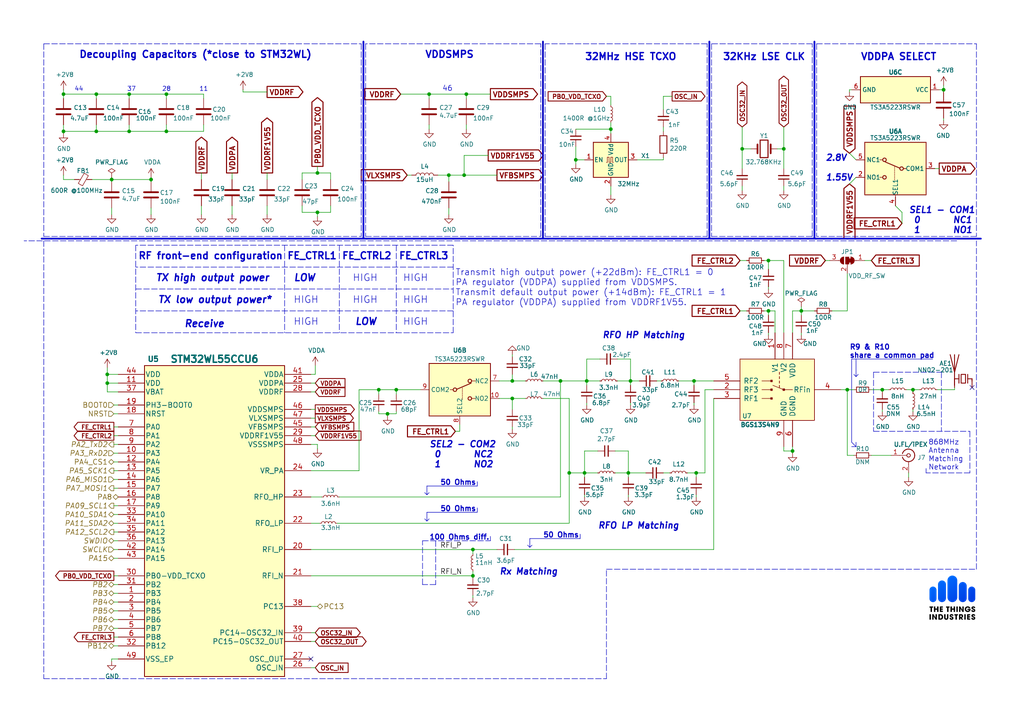
<source format=kicad_sch>
(kicad_sch (version 20231120) (generator "eeschema") (generator_version "8.0")
  (paper "A4")
  (title_block (date "2025-03-05"))
  (junction (at 177.165 37.465))
  (junction (at 27.94 27.305))
  (junction (at 18.415 38.1))
  (junction (at 273.685 26.035))
  (junction (at 201.93 137.16))
  (junction (at 31.115 108.585))
  (junction (at 215.265 43.18))
  (junction (at 18.415 27.305))
  (junction (at 31.115 111.125))
  (junction (at 48.26 38.1))
  (junction (at 167.005 46.355))
  (junction (at 182.245 137.16))
  (junction (at 43.815 52.07))
  (junction (at 114.935 113.03))
  (junction (at 170.18 110.49))
  (junction (at 232.41 90.17))
  (junction (at 255.905 113.03))
  (junction (at 27.94 38.1))
  (junction (at 264.795 113.03))
  (junction (at 48.26 27.305))
  (junction (at 137.16 167.005))
  (junction (at 148.59 110.49))
  (junction (at 162.56 110.49))
  (junction (at 148.59 115.57))
  (junction (at 222.885 75.565))
  (junction (at 245.745 113.03))
  (junction (at 222.885 90.17))
  (junction (at 112.395 120.015))
  (junction (at 37.465 27.305))
  (junction (at 227.33 43.18))
  (junction (at 201.295 110.49))
  (junction (at 182.88 110.49))
  (junction (at 92.075 61.595))
  (junction (at 109.855 113.03))
  (junction (at 169.545 137.16))
  (junction (at 137.16 159.385))
  (junction (at 32.385 52.07))
  (junction (at 92.075 50.165))
  (junction (at 229.87 130.81))
  (junction (at 37.465 38.1))
  (junction (at 124.46 27.305))
  (junction (at 165.1 137.16))
  (junction (at 135.255 27.305))
  (junction (at 130.175 50.8))
  (junction (at 134.62 50.8))
  (no_connect (at 90.17 191.135))
  (no_connect (at 281.94 112.395))
  (wire (pts (xy 90.17 126.365) (xy 91.44 126.365)))
  (wire (pts (xy 232.41 88.9) (xy 232.41 90.17)))
  (wire (pts (xy 34.29 128.905) (xy 33.02 128.905)))
  (wire (pts (xy 157.48 110.49) (xy 162.56 110.49)))
  (wire (pts (xy 201.295 116.84) (xy 201.295 117.475)))
  (wire (pts (xy 34.29 159.385) (xy 33.02 159.385)))
  (wire (pts (xy 204.47 113.03) (xy 207.01 113.03)))
  (wire (pts (xy 148.59 108.585) (xy 148.59 110.49)))
  (wire (pts (xy 104.14 113.03) (xy 104.14 136.525)))
  (wire (pts (xy 273.685 26.035) (xy 273.685 24.765)))
  (wire (pts (xy 264.795 113.665) (xy 264.795 113.03)))
  (wire (pts (xy 245.745 132.08) (xy 247.65 132.08)))
  (wire (pts (xy 144.78 115.57) (xy 148.59 115.57)))
  (wire (pts (xy 48.26 27.305) (xy 48.26 28.575)))
  (wire (pts (xy 32.385 51.435) (xy 32.385 52.07)))
  (wire (pts (xy 59.055 27.305) (xy 59.055 28.575)))
  (wire (pts (xy 182.245 143.51) (xy 182.245 144.145)))
  (polyline (pts (xy 39.37 71.12) (xy 39.37 96.52)) (stroke (width 0) (type dash)))
  (wire (pts (xy 87.63 50.165) (xy 87.63 52.07)))
  (wire (pts (xy 18.415 36.195) (xy 18.415 38.1)))
  (wire (pts (xy 33.02 139.065) (xy 34.29 139.065)))
  (polyline (pts (xy 268.605 137.16) (xy 268.605 135.89)) (stroke (width 0) (type dash)))
  (wire (pts (xy 32.385 60.325) (xy 32.385 62.23)))
  (polyline (pts (xy 175.895 196.85) (xy 175.895 165.1)) (stroke (width 0) (type dash)))
  (polyline (pts (xy 175.895 165.1) (xy 283.21 165.1)) (stroke (width 0) (type dash)))
  (wire (pts (xy 27.94 36.195) (xy 27.94 38.1)))
  (wire (pts (xy 276.86 113.03) (xy 276.86 112.395)))
  (wire (pts (xy 194.945 27.94) (xy 192.405 27.94)))
  (wire (pts (xy 207.01 115.57) (xy 207.01 159.385)))
  (wire (pts (xy 215.265 53.975) (xy 215.265 55.245)))
  (wire (pts (xy 227.33 43.18) (xy 227.33 48.895)))
  (wire (pts (xy 137.16 167.64) (xy 137.16 167.005)))
  (wire (pts (xy 31.115 106.68) (xy 31.115 108.585)))
  (wire (pts (xy 43.815 52.705) (xy 43.815 52.07)))
  (polyline (pts (xy 247.015 104.14) (xy 247.015 128.27)) (stroke (width 0) (type solid)))
  (wire (pts (xy 250.825 75.565) (xy 252.73 75.565)))
  (wire (pts (xy 165.1 115.57) (xy 165.1 137.16)))
  (wire (pts (xy 182.245 137.16) (xy 182.245 138.43)))
  (wire (pts (xy 33.02 126.365) (xy 34.29 126.365)))
  (wire (pts (xy 127 50.8) (xy 130.175 50.8)))
  (wire (pts (xy 135.255 27.305) (xy 142.24 27.305)))
  (wire (pts (xy 98.425 144.145) (xy 162.56 144.145)))
  (polyline (pts (xy 248.285 129.54) (xy 248.285 128.27)) (stroke (width 0) (type solid)))
  (wire (pts (xy 222.885 96.52) (xy 222.885 97.155)))
  (wire (pts (xy 192.405 46.355) (xy 184.785 46.355)))
  (wire (pts (xy 227.33 36.83) (xy 227.33 43.18)))
  (polyline (pts (xy 206.375 12.7) (xy 206.375 68.58)) (stroke (width 0) (type dash)))
  (wire (pts (xy 91.44 111.125) (xy 90.17 111.125)))
  (polyline (pts (xy 273.05 107.95) (xy 273.05 125.095)) (stroke (width 0) (type dash)))
  (wire (pts (xy 70.485 26.67) (xy 77.47 26.67)))
  (wire (pts (xy 204.47 137.16) (xy 201.93 137.16)))
  (wire (pts (xy 37.465 38.1) (xy 27.94 38.1)))
  (wire (pts (xy 124.46 28.575) (xy 124.46 27.305)))
  (wire (pts (xy 199.39 137.16) (xy 201.93 137.16)))
  (wire (pts (xy 167.005 47.625) (xy 167.005 46.355)))
  (wire (pts (xy 137.16 167.005) (xy 137.16 165.735)))
  (wire (pts (xy 135.255 27.305) (xy 135.255 28.575)))
  (wire (pts (xy 114.935 120.015) (xy 114.935 119.38)))
  (wire (pts (xy 229.87 130.81) (xy 229.87 131.445)))
  (wire (pts (xy 37.465 28.575) (xy 37.465 27.305)))
  (wire (pts (xy 245.745 90.17) (xy 241.3 90.17)))
  (wire (pts (xy 190.5 110.49) (xy 191.77 110.49)))
  (wire (pts (xy 182.88 104.14) (xy 182.88 110.49)))
  (wire (pts (xy 95.885 52.07) (xy 95.885 50.165)))
  (wire (pts (xy 148.59 102.87) (xy 148.59 103.505)))
  (wire (pts (xy 92.075 128.905) (xy 92.075 130.175)))
  (wire (pts (xy 70.485 26.035) (xy 70.485 26.67)))
  (wire (pts (xy 169.545 137.16) (xy 165.1 137.16)))
  (wire (pts (xy 246.38 53.34) (xy 248.285 51.435)))
  (wire (pts (xy 91.44 123.825) (xy 90.17 123.825)))
  (wire (pts (xy 173.99 104.14) (xy 170.18 104.14)))
  (wire (pts (xy 263.525 137.16) (xy 263.525 138.43)))
  (wire (pts (xy 224.79 90.17) (xy 224.79 96.52)))
  (wire (pts (xy 201.295 110.49) (xy 201.295 111.76)))
  (polyline (pts (xy 236.855 12.7) (xy 236.855 68.58)) (stroke (width 0) (type dash)))
  (wire (pts (xy 261.62 61.595) (xy 261.62 64.77)))
  (polyline (pts (xy 114.935 71.12) (xy 114.935 96.52)) (stroke (width 0) (type dash)))
  (polyline (pts (xy 158.115 12.7) (xy 158.115 68.58)) (stroke (width 0) (type dash)))
  (polyline (pts (xy 138.43 147.32) (xy 138.43 148.59)) (stroke (width 0) (type solid)))
  (wire (pts (xy 58.42 59.69) (xy 58.42 62.23)))
  (wire (pts (xy 34.29 123.825) (xy 33.02 123.825)))
  (wire (pts (xy 148.59 110.49) (xy 152.4 110.49)))
  (wire (pts (xy 34.29 174.625) (xy 33.02 174.625)))
  (wire (pts (xy 90.17 121.285) (xy 91.44 121.285)))
  (polyline (pts (xy 253.365 107.95) (xy 273.05 107.95)) (stroke (width 0) (type dash)))
  (polyline (pts (xy 281.305 137.16) (xy 268.605 137.16)) (stroke (width 0) (type dash)))
  (wire (pts (xy 90.17 136.525) (xy 104.14 136.525)))
  (polyline (pts (xy 123.825 151.13) (xy 123.19 150.495)) (stroke (width 0) (type solid)))
  (wire (pts (xy 33.02 131.445) (xy 34.29 131.445)))
  (wire (pts (xy 255.905 113.03) (xy 255.905 113.665)))
  (wire (pts (xy 232.41 90.17) (xy 236.22 90.17)))
  (wire (pts (xy 91.44 108.585) (xy 90.17 108.585)))
  (polyline (pts (xy 122.555 169.545) (xy 122.555 156.845)) (stroke (width 0) (type dash)))
  (wire (pts (xy 222.885 75.565) (xy 227.33 75.565)))
  (wire (pts (xy 182.245 130.81) (xy 182.245 137.16)))
  (wire (pts (xy 222.885 78.105) (xy 222.885 75.565)))
  (wire (pts (xy 170.18 104.14) (xy 170.18 110.49)))
  (wire (pts (xy 33.02 172.085) (xy 34.29 172.085)))
  (wire (pts (xy 32.385 52.705) (xy 32.385 52.07)))
  (polyline (pts (xy 205.74 12.065) (xy 205.74 69.215)) (stroke (width 0.508) (type solid)))
  (polyline (pts (xy 205.105 12.7) (xy 158.115 12.7)) (stroke (width 0) (type dash)))
  (wire (pts (xy 90.17 128.905) (xy 92.075 128.905)))
  (wire (pts (xy 18.415 52.07) (xy 21.59 52.07)))
  (wire (pts (xy 91.44 186.055) (xy 90.17 186.055)))
  (wire (pts (xy 144.145 50.8) (xy 134.62 50.8)))
  (wire (pts (xy 167.005 37.465) (xy 177.165 37.465)))
  (wire (pts (xy 179.07 110.49) (xy 182.88 110.49)))
  (wire (pts (xy 31.115 113.665) (xy 31.115 111.125)))
  (wire (pts (xy 18.415 26.035) (xy 18.415 27.305)))
  (polyline (pts (xy 248.285 109.22) (xy 248.92 108.585)) (stroke (width 0) (type solid)))
  (wire (pts (xy 201.93 137.16) (xy 201.93 138.43)))
  (wire (pts (xy 37.465 27.305) (xy 27.94 27.305)))
  (wire (pts (xy 97.79 151.765) (xy 165.1 151.765)))
  (wire (pts (xy 33.02 117.475) (xy 34.29 117.475)))
  (wire (pts (xy 196.85 110.49) (xy 201.295 110.49)))
  (wire (pts (xy 104.14 113.03) (xy 109.855 113.03)))
  (wire (pts (xy 34.29 177.165) (xy 33.02 177.165)))
  (wire (pts (xy 18.415 38.1) (xy 18.415 38.735)))
  (wire (pts (xy 130.175 52.705) (xy 130.175 50.8)))
  (wire (pts (xy 169.545 137.16) (xy 173.355 137.16)))
  (polyline (pts (xy 247.015 104.14) (xy 270.51 104.14)) (stroke (width 0) (type solid)))
  (wire (pts (xy 33.02 141.605) (xy 34.29 141.605)))
  (polyline (pts (xy 235.585 68.58) (xy 235.585 12.7)) (stroke (width 0) (type dash)))
  (wire (pts (xy 255.905 118.745) (xy 255.905 119.38)))
  (wire (pts (xy 87.63 59.69) (xy 87.63 61.595)))
  (wire (pts (xy 109.855 113.03) (xy 114.935 113.03)))
  (wire (pts (xy 227.33 129.54) (xy 227.33 130.81)))
  (wire (pts (xy 252.73 113.03) (xy 255.905 113.03)))
  (wire (pts (xy 33.02 151.765) (xy 34.29 151.765)))
  (polyline (pts (xy 106.045 12.7) (xy 106.045 68.58)) (stroke (width 0) (type dash)))
  (polyline (pts (xy 12.7 69.85) (xy 12.7 196.85)) (stroke (width 0) (type dash)))
  (wire (pts (xy 222.885 91.44) (xy 222.885 90.17)))
  (wire (pts (xy 114.935 114.3) (xy 114.935 113.03)))
  (wire (pts (xy 148.59 115.57) (xy 152.4 115.57)))
  (wire (pts (xy 272.415 48.895) (xy 271.145 48.895)))
  (wire (pts (xy 133.35 125.095) (xy 132.08 125.095)))
  (wire (pts (xy 90.17 167.005) (xy 137.16 167.005)))
  (wire (pts (xy 26.67 52.07) (xy 32.385 52.07)))
  (wire (pts (xy 87.63 61.595) (xy 92.075 61.595)))
  (wire (pts (xy 262.89 113.03) (xy 264.795 113.03)))
  (polyline (pts (xy 12.7 12.7) (xy 104.775 12.7)) (stroke (width 0) (type dash)))
  (wire (pts (xy 34.29 133.985) (xy 33.02 133.985)))
  (wire (pts (xy 34.29 169.545) (xy 33.02 169.545)))
  (wire (pts (xy 201.93 143.51) (xy 201.93 144.145)))
  (wire (pts (xy 59.055 36.195) (xy 59.055 38.1)))
  (wire (pts (xy 245.745 113.03) (xy 245.745 132.08)))
  (wire (pts (xy 92.075 61.595) (xy 95.885 61.595)))
  (wire (pts (xy 271.78 113.03) (xy 276.86 113.03)))
  (wire (pts (xy 92.075 62.865) (xy 92.075 61.595)))
  (polyline (pts (xy 122.555 156.845) (xy 142.24 156.845)) (stroke (width 0) (type dash)))
  (wire (pts (xy 272.415 26.035) (xy 273.685 26.035)))
  (polyline (pts (xy 123.825 143.51) (xy 124.46 142.875)) (stroke (width 0) (type solid)))
  (wire (pts (xy 27.94 27.305) (xy 18.415 27.305)))
  (polyline (pts (xy 248.285 109.22) (xy 247.65 108.585)) (stroke (width 0) (type solid)))
  (wire (pts (xy 221.615 75.565) (xy 222.885 75.565)))
  (polyline (pts (xy 156.845 12.7) (xy 106.045 12.7)) (stroke (width 0) (type dash)))
  (wire (pts (xy 90.17 183.515) (xy 91.44 183.515)))
  (wire (pts (xy 77.47 59.69) (xy 77.47 62.23)))
  (polyline (pts (xy 126.365 156.845) (xy 126.365 169.545)) (stroke (width 0) (type dash)))
  (wire (pts (xy 246.38 26.035) (xy 247.015 26.035)))
  (polyline (pts (xy 131.445 77.47) (xy 39.37 77.47)) (stroke (width 0) (type dash)))
  (wire (pts (xy 201.295 110.49) (xy 207.01 110.49)))
  (wire (pts (xy 33.02 187.325) (xy 34.29 187.325)))
  (wire (pts (xy 179.07 104.14) (xy 182.88 104.14)))
  (wire (pts (xy 229.87 90.17) (xy 232.41 90.17)))
  (wire (pts (xy 34.29 167.005) (xy 33.02 167.005)))
  (wire (pts (xy 34.29 154.305) (xy 33.02 154.305)))
  (wire (pts (xy 245.745 79.375) (xy 245.745 90.17)))
  (wire (pts (xy 114.935 113.03) (xy 121.92 113.03)))
  (wire (pts (xy 227.33 53.975) (xy 227.33 55.245)))
  (wire (pts (xy 67.31 50.165) (xy 67.31 52.07)))
  (wire (pts (xy 90.17 151.765) (xy 92.71 151.765)))
  (wire (pts (xy 133.35 123.19) (xy 133.35 125.095)))
  (wire (pts (xy 48.26 38.1) (xy 37.465 38.1)))
  (wire (pts (xy 178.435 130.81) (xy 182.245 130.81)))
  (polyline (pts (xy 253.365 125.095) (xy 281.305 125.095)) (stroke (width 0) (type dash)))
  (wire (pts (xy 33.02 161.925) (xy 34.29 161.925)))
  (wire (pts (xy 92.075 48.26) (xy 92.075 50.165)))
  (polyline (pts (xy 98.425 71.12) (xy 98.425 96.52)) (stroke (width 0) (type dash)))
  (wire (pts (xy 245.745 113.03) (xy 247.65 113.03)))
  (wire (pts (xy 112.395 120.015) (xy 114.935 120.015)))
  (polyline (pts (xy 205.105 68.58) (xy 205.105 12.7)) (stroke (width 0) (type dash)))
  (polyline (pts (xy 126.365 169.545) (xy 122.555 169.545)) (stroke (width 0) (type dash)))
  (wire (pts (xy 192.405 36.83) (xy 192.405 38.1)))
  (wire (pts (xy 109.855 120.015) (xy 109.855 119.38)))
  (wire (pts (xy 59.055 38.1) (xy 48.26 38.1)))
  (wire (pts (xy 90.17 144.145) (xy 93.345 144.145)))
  (wire (pts (xy 118.11 50.8) (xy 119.38 50.8)))
  (wire (pts (xy 87.63 50.165) (xy 92.075 50.165)))
  (wire (pts (xy 214.63 75.565) (xy 216.535 75.565)))
  (wire (pts (xy 177.165 37.465) (xy 177.165 38.735)))
  (wire (pts (xy 232.41 97.155) (xy 232.41 96.52)))
  (wire (pts (xy 141.605 45.085) (xy 134.62 45.085)))
  (wire (pts (xy 124.46 36.195) (xy 124.46 37.465)))
  (polyline (pts (xy 156.845 68.58) (xy 156.845 12.7)) (stroke (width 0) (type dash)))
  (polyline (pts (xy 138.43 139.7) (xy 138.43 140.97)) (stroke (width 0) (type solid)))
  (polyline (pts (xy 123.825 148.59) (xy 123.825 151.13)) (stroke (width 0) (type solid)))
  (wire (pts (xy 91.44 193.675) (xy 90.17 193.675)))
  (wire (pts (xy 170.18 111.76) (xy 170.18 110.49)))
  (wire (pts (xy 240.665 75.565) (xy 239.395 75.565)))
  (wire (pts (xy 109.855 114.3) (xy 109.855 113.03)))
  (polyline (pts (xy 248.285 129.54) (xy 247.015 129.54)) (stroke (width 0) (type solid)))
  (wire (pts (xy 229.87 90.17) (xy 229.87 96.52)))
  (wire (pts (xy 264.795 118.745) (xy 264.795 119.38)))
  (wire (pts (xy 32.385 52.07) (xy 43.815 52.07)))
  (wire (pts (xy 34.29 108.585) (xy 31.115 108.585)))
  (wire (pts (xy 246.38 44.45) (xy 248.285 46.355)))
  (polyline (pts (xy 283.21 165.1) (xy 283.21 69.85)) (stroke (width 0) (type dash)))
  (wire (pts (xy 130.175 60.325) (xy 130.175 62.23)))
  (wire (pts (xy 217.805 43.18) (xy 215.265 43.18)))
  (wire (pts (xy 229.87 130.81) (xy 229.87 129.54)))
  (wire (pts (xy 18.415 50.8) (xy 18.415 52.07)))
  (wire (pts (xy 92.075 50.165) (xy 95.885 50.165)))
  (wire (pts (xy 266.7 113.03) (xy 264.795 113.03)))
  (wire (pts (xy 214.63 90.17) (xy 216.535 90.17)))
  (wire (pts (xy 33.02 179.705) (xy 34.29 179.705)))
  (wire (pts (xy 32.385 191.135) (xy 32.385 191.77)))
  (wire (pts (xy 173.355 130.81) (xy 169.545 130.81)))
  (wire (pts (xy 169.545 130.81) (xy 169.545 137.16)))
  (wire (pts (xy 177.165 35.56) (xy 177.165 37.465)))
  (wire (pts (xy 112.395 120.015) (xy 109.855 120.015)))
  (wire (pts (xy 227.33 130.81) (xy 229.87 130.81)))
  (wire (pts (xy 34.29 120.015) (xy 33.02 120.015)))
  (wire (pts (xy 273.685 26.67) (xy 273.685 26.035)))
  (wire (pts (xy 34.29 149.225) (xy 33.02 149.225)))
  (wire (pts (xy 27.94 38.1) (xy 18.415 38.1)))
  (polyline (pts (xy 131.445 90.17) (xy 39.37 90.17)) (stroke (width 0) (type dash)))
  (polyline (pts (xy 168.275 154.94) (xy 168.275 156.21)) (stroke (width 0) (type solid)))
  (wire (pts (xy 227.33 75.565) (xy 227.33 96.52)))
  (wire (pts (xy 246.38 26.67) (xy 246.38 26.035)))
  (polyline (pts (xy 39.37 83.82) (xy 131.445 83.82)) (stroke (width 0) (type dash)))
  (polyline (pts (xy 123.825 151.13) (xy 124.46 150.495)) (stroke (width 0) (type solid)))
  (wire (pts (xy 31.115 108.585) (xy 31.115 111.125)))
  (wire (pts (xy 232.41 91.44) (xy 232.41 90.17)))
  (wire (pts (xy 91.44 118.745) (xy 90.17 118.745)))
  (wire (pts (xy 169.545 143.51) (xy 169.545 144.145)))
  (wire (pts (xy 148.59 118.745) (xy 148.59 115.57)))
  (polyline (pts (xy 253.365 107.95) (xy 253.365 125.095)) (stroke (width 0) (type dash)))
  (wire (pts (xy 148.59 123.825) (xy 148.59 124.46)))
  (wire (pts (xy 137.16 172.72) (xy 137.16 173.355)))
  (wire (pts (xy 177.165 53.975) (xy 177.165 56.515)))
  (wire (pts (xy 37.465 36.195) (xy 37.465 38.1)))
  (wire (pts (xy 182.88 110.49) (xy 182.88 111.76)))
  (wire (pts (xy 255.905 113.03) (xy 257.81 113.03)))
  (wire (pts (xy 77.47 50.165) (xy 77.47 52.07)))
  (polyline (pts (xy 131.445 96.52) (xy 131.445 71.12)) (stroke (width 0) (type dash)))
  (wire (pts (xy 252.73 132.08) (xy 258.445 132.08)))
  (wire (pts (xy 48.26 36.195) (xy 48.26 38.1)))
  (wire (pts (xy 48.26 27.305) (xy 59.055 27.305)))
  (polyline (pts (xy 283.21 12.7) (xy 283.21 68.58)) (stroke (width 0) (type dash)))
  (wire (pts (xy 157.48 115.57) (xy 165.1 115.57)))
  (wire (pts (xy 187.325 137.16) (xy 182.245 137.16)))
  (wire (pts (xy 34.29 191.135) (xy 32.385 191.135)))
  (wire (pts (xy 182.88 116.84) (xy 182.88 117.475)))
  (polyline (pts (xy 157.48 12.065) (xy 157.48 69.215)) (stroke (width 0.508) (type solid)))
  (wire (pts (xy 225.425 43.18) (xy 227.33 43.18)))
  (wire (pts (xy 116.205 27.305) (xy 124.46 27.305)))
  (wire (pts (xy 192.405 45.72) (xy 192.405 46.355)))
  (wire (pts (xy 273.685 34.925) (xy 273.685 34.29)))
  (polyline (pts (xy 284.48 69.215) (xy 12.065 69.215)) (stroke (width 0.508) (type solid)))
  (wire (pts (xy 221.615 90.17) (xy 222.885 90.17)))
  (wire (pts (xy 167.005 46.355) (xy 169.545 46.355)))
  (wire (pts (xy 130.175 50.8) (xy 134.62 50.8)))
  (polyline (pts (xy 142.24 156.845) (xy 142.24 155.575)) (stroke (width 0) (type dash)))
  (wire (pts (xy 149.225 159.385) (xy 207.01 159.385)))
  (polyline (pts (xy 105.41 12.065) (xy 105.41 69.215)) (stroke (width 0.508) (type solid)))
  (wire (pts (xy 135.255 36.195) (xy 135.255 37.465)))
  (wire (pts (xy 243.84 113.03) (xy 245.745 113.03)))
  (wire (pts (xy 170.18 116.84) (xy 170.18 117.475)))
  (wire (pts (xy 162.56 110.49) (xy 162.56 144.145)))
  (polyline (pts (xy 158.115 68.58) (xy 205.105 68.58)) (stroke (width 0) (type dash)))
  (wire (pts (xy 18.415 27.305) (xy 18.415 28.575)))
  (wire (pts (xy 170.18 110.49) (xy 162.56 110.49)))
  (polyline (pts (xy 206.375 68.58) (xy 235.585 68.58)) (stroke (width 0) (type dash)))
  (wire (pts (xy 192.405 27.94) (xy 192.405 31.75)))
  (polyline (pts (xy 39.37 96.52) (xy 131.445 96.52)) (stroke (width 0) (type dash)))
  (polyline (pts (xy 248.285 104.14) (xy 248.285 109.22)) (stroke (width 0) (type solid)))
  (wire (pts (xy 170.18 110.49) (xy 173.99 110.49)))
  (polyline (pts (xy 247.015 128.27) (xy 248.285 129.54)) (stroke (width 0) (type solid)))
  (polyline (pts (xy 123.825 148.59) (xy 138.43 148.59)) (stroke (width 0) (type solid)))
  (wire (pts (xy 31.115 111.125) (xy 34.29 111.125)))
  (polyline (pts (xy 82.55 71.12) (xy 82.55 96.52)) (stroke (width 0) (type dash)))
  (polyline (pts (xy 277.495 69.85) (xy 6.985 69.85)) (stroke (width 0) (type dash)))
  (wire (pts (xy 112.395 120.65) (xy 112.395 120.015)))
  (wire (pts (xy 169.545 138.43) (xy 169.545 137.16)))
  (polyline (pts (xy 12.7 12.7) (xy 12.7 68.58)) (stroke (width 0) (type dash)))
  (wire (pts (xy 91.44 106.045) (xy 91.44 108.585)))
  (wire (pts (xy 222.885 83.185) (xy 222.885 83.82)))
  (wire (pts (xy 34.29 113.665) (xy 31.115 113.665)))
  (wire (pts (xy 259.715 59.69) (xy 261.62 61.595)))
  (wire (pts (xy 33.02 184.785) (xy 34.29 184.785)))
  (wire (pts (xy 215.265 36.83) (xy 215.265 43.18)))
  (wire (pts (xy 144.78 110.49) (xy 148.59 110.49)))
  (wire (pts (xy 185.42 110.49) (xy 182.88 110.49)))
  (polyline (pts (xy 281.305 125.095) (xy 281.305 137.16)) (stroke (width 0) (type dash)))
  (polyline (pts (xy 123.825 143.51) (xy 123.19 142.875)) (stroke (width 0) (type solid)))
  (wire (pts (xy 124.46 27.305) (xy 135.255 27.305)))
  (polyline (pts (xy 131.445 71.12) (xy 39.37 71.12)) (stroke (width 0) (type dash)))
  (wire (pts (xy 43.815 60.325) (xy 43.815 62.23)))
  (polyline (pts (xy 12.7 196.85) (xy 175.895 196.85)) (stroke (width 0) (type dash)))
  (polyline (pts (xy 153.67 156.21) (xy 168.275 156.21)) (stroke (width 0) (type solid)))
  (polyline (pts (xy 153.67 158.75) (xy 154.305 158.115)) (stroke (width 0) (type solid)))
  (wire (pts (xy 95.885 61.595) (xy 95.885 59.69)))
  (wire (pts (xy 178.435 137.16) (xy 182.245 137.16)))
  (wire (pts (xy 90.17 159.385) (xy 137.16 159.385)))
  (wire (pts (xy 92.075 175.895) (xy 90.17 175.895)))
  (polyline (pts (xy 153.67 156.21) (xy 153.67 158.75)) (stroke (width 0) (type solid)))
  (wire (pts (xy 58.42 50.165) (xy 58.42 52.07)))
  (wire (pts (xy 37.465 27.305) (xy 48.26 27.305)))
  (polyline (pts (xy 106.045 68.58) (xy 156.845 68.58)) (stroke (width 0) (type dash)))
  (wire (pts (xy 67.31 59.69) (xy 67.31 62.23)))
  (wire (pts (xy 167.005 42.545) (xy 167.005 46.355)))
  (wire (pts (xy 27.94 28.575) (xy 27.94 27.305)))
  (wire (pts (xy 204.47 113.03) (xy 204.47 137.16)))
  (polyline (pts (xy 153.67 158.75) (xy 153.035 158.115)) (stroke (width 0) (type solid)))
  (wire (pts (xy 165.1 137.16) (xy 165.1 151.765)))
  (wire (pts (xy 192.405 137.16) (xy 194.31 137.16)))
  (wire (pts (xy 177.165 27.94) (xy 177.165 30.48)))
  (polyline (pts (xy 236.22 12.065) (xy 236.22 69.215)) (stroke (width 0.508) (type solid)))
  (wire (pts (xy 222.885 90.17) (xy 224.79 90.17)))
  (polyline (pts (xy 123.825 140.97) (xy 138.43 140.97)) (stroke (width 0) (type solid)))
  (wire (pts (xy 43.815 52.07) (xy 43.815 51.435)))
  (polyline (pts (xy 283.21 68.58) (xy 236.855 68.58)) (stroke (width 0) (type dash)))
  (polyline (pts (xy 235.585 12.7) (xy 206.375 12.7)) (stroke (width 0) (type dash)))
  (wire (pts (xy 33.02 182.245) (xy 34.29 182.245)))
  (polyline (pts (xy 104.775 12.7) (xy 104.775 68.58)) (stroke (width 0) (type dash)))
  (polyline (pts (xy 123.825 140.97) (xy 123.825 143.51)) (stroke (width 0) (type solid)))
  (polyline (pts (xy 236.855 12.7) (xy 283.21 12.7)) (stroke (width 0) (type dash)))
  (wire (pts (xy 33.02 156.845) (xy 34.29 156.845)))
  (wire (pts (xy 134.62 45.085) (xy 134.62 50.8)))
  (wire (pts (xy 175.895 27.94) (xy 177.165 27.94)))
  (wire (pts (xy 215.265 43.18) (xy 215.265 48.895)))
  (wire (pts (xy 33.02 136.525) (xy 34.29 136.525)))
  (polyline (pts (xy 12.7 68.58) (xy 104.775 68.58)) (stroke (width 0) (type dash)))
  (wire (pts (xy 33.02 146.685) (xy 34.29 146.685)))
  (wire (pts (xy 137.16 159.385) (xy 144.145 159.385)))
  (wire (pts (xy 137.16 160.655) (xy 137.16 159.385)))
  (wire (pts (xy 90.17 113.665) (xy 91.44 113.665)))
  (image (at 276.225 173.355) (scale 0.1794))
  (text "HIGH" (at 102.235 81.915 0) (effects (font (size 2.0066 2.0066)) (justify left bottom)))
  (text "HIGH" (at 116.84 81.915 0) (effects (font (size 2.0066 2.0066)) (justify left bottom)))
  (text "Decoupling Capacitors (*close to STM32WL)" (at 22.86 17.145 0) (effects (font (size 2.0066 2.0066) (thickness 0.4013) (bold yes)) (justify left bottom)))
  (text "LOW" (at 102.87 94.615 0) (effects (font (size 2.0066 2.0066) (thickness 0.4013) (bold yes) (italic yes)) (justify left bottom)))
  (text "Receive" (at 53.34 95.25 0) (effects (font (size 2.0066 2.0066) (thickness 0.4013) (bold yes) (italic yes)) (justify left bottom)))
  (text "TX low output power*" (at 45.72 88.265 0) (effects (font (size 2.0066 2.0066) (thickness 0.4013) (bold yes) (italic yes)) (justify left bottom)))
  (text "100 Ohms diff." (at 124.46 156.845 0) (effects (font (size 1.4986 1.4986) (thickness 0.2997) (bold yes)) (justify left bottom)))
  (text "HIGH" (at 116.84 88.265 0) (effects (font (size 2.0066 2.0066)) (justify left bottom)))
  (text "SEL2 - COM2\n 0       NC2\n 1       NO2" (at 124.46 135.89 0) (effects (font (size 1.8034 1.8034) (thickness 0.3607) (bold yes) (italic yes)) (justify left bottom)))
  (text "FE_CTRL3" (at 115.57 75.565 0) (effects (font (size 2.0066 2.0066) (thickness 0.4013) (bold yes)) (justify left bottom)))
  (text "HIGH" (at 85.09 88.265 0) (effects (font (size 2.0066 2.0066)) (justify left bottom)))
  (text "50 Ohms" (at 127.635 140.97 0) (effects (font (size 1.4986 1.4986) (thickness 0.2997) (bold yes)) (justify left bottom)))
  (text "28" (at 46.99 26.67 0) (effects (font (size 1.27 1.27)) (justify left bottom)))
  (text "FE_CTRL1" (at 83.185 75.565 0) (effects (font (size 2.0066 2.0066) (thickness 0.4013) (bold yes)) (justify left bottom)))
  (text "TX high output power" (at 45.085 81.915 0) (effects (font (size 2.0066 2.0066) (thickness 0.4013) (bold yes) (italic yes)) (justify left bottom)))
  (text "HIGH" (at 116.84 94.615 0) (effects (font (size 2.0066 2.0066)) (justify left bottom)))
  (text "32MHz HSE TCXO" (at 169.545 17.78 0) (effects (font (size 2.0066 2.0066) (thickness 0.4013) (bold yes)) (justify left bottom)))
  (text "50 Ohms" (at 157.48 156.21 0) (effects (font (size 1.4986 1.4986) (thickness 0.2997) (bold yes)) (justify left bottom)))
  (text "SEL1 - COM1\n 0       NC1\n 1       NO1" (at 263.525 67.945 0) (effects (font (size 1.8034 1.8034) (thickness 0.3607) (bold yes) (italic yes)) (justify left bottom)))
  (text "RFO LP Matching" (at 173.355 153.67 0) (effects (font (size 1.8034 1.8034) (thickness 0.3607) (bold yes) (italic yes)) (justify left bottom)))
  (text "46" (at 128.27 26.67 0) (effects (font (size 1.4986 1.4986)) (justify left bottom)))
  (text "Rx Matching" (at 144.78 167.005 0) (effects (font (size 1.8034 1.8034) (thickness 0.3607) (bold yes) (italic yes)) (justify left bottom)))
  (text "VDDSMPS" (at 123.19 17.145 0) (effects (font (size 2.0066 2.0066) (thickness 0.4013) (bold yes)) (justify left bottom)))
  (text "HIGH" (at 85.09 94.615 0) (effects (font (size 2.0066 2.0066)) (justify left bottom)))
  (text "Transmit high output power (+22dBm): FE_CTRL1 = 0\nPA regulator (VDDPA) supplied from VDDSMPS.\nTransmit default output power (+14dBm): FE_CTRL1 = 1\nPA regulator (VDDPA) supplied from VDDRF1V55." (at 132.08 88.9 0) (effects (font (size 1.8034 1.8034)) (justify left bottom)))
  (text "FE_CTRL2" (at 99.06 75.565 0) (effects (font (size 2.0066 2.0066) (thickness 0.4013) (bold yes)) (justify left bottom)))
  (text "37" (at 36.83 26.67 0) (effects (font (size 1.27 1.27)) (justify left bottom)))
  (text "2.8V" (at 239.395 46.99 0) (effects (font (size 1.8034 1.8034) (thickness 0.3607) (bold yes) (italic yes)) (justify left bottom)))
  (text "32KHz LSE CLK" (at 209.55 17.78 0) (effects (font (size 2.0066 2.0066) (thickness 0.4013) (bold yes)) (justify left bottom)))
  (text "RF front-end configuration" (at 40.005 75.565 0) (effects (font (size 2.0066 2.0066) (thickness 0.4013) (bold yes)) (justify left bottom)))
  (text "50 Ohms" (at 127.635 148.59 0) (effects (font (size 1.4986 1.4986) (thickness 0.2997) (bold yes)) (justify left bottom)))
  (text "11" (at 57.785 26.67 0) (effects (font (size 1.27 1.27)) (justify left bottom)))
  (text "RFO HP Matching" (at 174.625 98.425 0) (effects (font (size 1.8034 1.8034) (thickness 0.3607) (bold yes) (italic yes)) (justify left bottom)))
  (text "R9 & R10\nshare a common pad" (at 246.38 104.14 0) (effects (font (size 1.4986 1.4986) (thickness 0.2997) (bold yes)) (justify left bottom)))
  (text "LOW" (at 85.09 81.915 0) (effects (font (size 2.0066 2.0066) (thickness 0.4013) (bold yes) (italic yes)) (justify left bottom)))
  (text "HIGH" (at 102.235 88.265 0) (effects (font (size 2.0066 2.0066)) (justify left bottom)))
  (text "868MHz \nAntenna\nMatching\nNetwork" (at 269.24 136.525 0) (effects (font (size 1.4986 1.4986)) (justify left bottom)))
  (text "44" (at 21.59 26.67 0) (effects (font (size 1.27 1.27)) (justify left bottom)))
  (text "VDDPA SELECT" (at 249.555 17.78 0) (effects (font (size 2.0066 2.0066) (thickness 0.4013) (bold yes)) (justify left bottom)))
  (text "1.55V" (at 239.395 52.705 0) (effects (font (size 1.8034 1.8034) (thickness 0.3607) (bold yes) (italic yes)) (justify left bottom)))
  (label "RFI_N" (at 127.635 167.005 0) (effects (font (size 1.4986 1.4986))))
  (label "RFI_P" (at 127.635 159.385 0) (effects (font (size 1.4986 1.4986))))
  (global_label "FE_CTRL1" (shape input) (at 132.08 125.095 180) (effects (font (size 1.4986 1.4986) (thickness 0.2997) (bold yes))) (property "Intersheetrefs" "${INTERSHEET_REFS}" (effects (hide yes))))
  (global_label "VDDSMPS" (shape input) (at 246.38 44.45 90) (effects (font (size 1.4986 1.4986) (thickness 0.2997) (bold yes))) (property "Intersheetrefs" "${INTERSHEET_REFS}" (effects (hide yes))))
  (global_label "VDDPA" (shape input) (at 91.44 111.125 0) (effects (font (size 1.2446 1.2446) (thickness 0.2489) (bold yes))) (property "Intersheetrefs" "${INTERSHEET_REFS}" (effects (hide yes))))
  (global_label "FE_CTRL1" (shape input) (at 214.63 90.17 180) (effects (font (size 1.4986 1.4986) (thickness 0.2997) (bold yes))) (property "Intersheetrefs" "${INTERSHEET_REFS}" (effects (hide yes))))
  (global_label "VDDRF1V55" (shape output) (at 141.605 45.085 0) (effects (font (size 1.4986 1.4986) (thickness 0.2997) (bold yes))) (property "Intersheetrefs" "${INTERSHEET_REFS}" (effects (hide yes))))
  (global_label "VDDRF" (shape input) (at 239.395 75.565 180) (effects (font (size 1.4986 1.4986) (thickness 0.2997) (bold yes))) (property "Intersheetrefs" "${INTERSHEET_REFS}" (effects (hide yes))))
  (global_label "FE_CTRL2" (shape input) (at 214.63 75.565 180) (effects (font (size 1.4986 1.4986) (thickness 0.2997) (bold yes))) (property "Intersheetrefs" "${INTERSHEET_REFS}" (effects (hide yes))))
  (global_label "VFBSMPS" (shape output) (at 144.145 50.8 0) (effects (font (size 1.4986 1.4986) (thickness 0.2997) (bold yes))) (property "Intersheetrefs" "${INTERSHEET_REFS}" (effects (hide yes))))
  (global_label "VDDRF1V55" (shape input) (at 246.38 53.34 270) (effects (font (size 1.4986 1.4986) (thickness 0.2997) (bold yes))) (property "Intersheetrefs" "${INTERSHEET_REFS}" (effects (hide yes))))
  (global_label "OSC32_IN" (shape bidirectional) (at 91.44 183.515 0) (effects (font (thickness 0.254) (bold yes))) (property "Intersheetrefs" "${INTERSHEET_REFS}" (effects (hide yes))))
  (global_label "FE_CTRL3" (shape input) (at 252.73 75.565 0) (effects (font (size 1.4986 1.4986) (thickness 0.2997) (bold yes))) (property "Intersheetrefs" "${INTERSHEET_REFS}" (effects (hide yes))))
  (global_label "OSC_IN" (shape input) (at 91.44 193.675 0) (effects (font (thickness 0.254) (bold yes))) (property "Intersheetrefs" "${INTERSHEET_REFS}" (effects (hide yes))))
  (global_label "VLXSMPS" (shape input) (at 118.11 50.8 180) (effects (font (size 1.4986 1.4986) (thickness 0.2997) (bold yes))) (property "Intersheetrefs" "${INTERSHEET_REFS}" (effects (hide yes))))
  (global_label "VDDPA" (shape output) (at 67.31 50.165 90) (effects (font (size 1.4986 1.4986) (thickness 0.2997) (bold yes))) (property "Intersheetrefs" "${INTERSHEET_REFS}" (effects (hide yes))))
  (global_label "VDDRF" (shape input) (at 91.44 113.665 0) (effects (font (size 1.2446 1.2446) (thickness 0.2489) (bold yes))) (property "Intersheetrefs" "${INTERSHEET_REFS}" (effects (hide yes))))
  (global_label "PB0_VDD_TCXO" (shape output) (at 92.075 48.26 90) (effects (font (size 1.4986 1.4986) (thickness 0.2997) (bold yes))) (property "Intersheetrefs" "${INTERSHEET_REFS}" (effects (hide yes))))
  (global_label "VDDSMPS" (shape output) (at 91.44 118.745 0) (effects (font (size 1.2446 1.2446) (thickness 0.2489) (bold yes))) (property "Intersheetrefs" "${INTERSHEET_REFS}" (effects (hide yes))))
  (global_label "OSC32_IN" (shape bidirectional) (at 215.265 36.83 90) (effects (font (thickness 0.254) (bold yes))) (property "Intersheetrefs" "${INTERSHEET_REFS}" (effects (hide yes))))
  (global_label "FE_CTRL3" (shape output) (at 33.02 184.785 180) (effects (font (size 1.2446 1.2446) (thickness 0.2489) (bold yes))) (property "Intersheetrefs" "${INTERSHEET_REFS}" (effects (hide yes))))
  (global_label "PB0_VDD_TCXO" (shape input) (at 175.895 27.94 180) (effects (font (thickness 0.254) (bold yes))) (property "Intersheetrefs" "${INTERSHEET_REFS}" (effects (hide yes))))
  (global_label "VLXSMPS" (shape output) (at 91.44 121.285 0) (effects (font (size 1.2446 1.2446) (thickness 0.2489) (bold yes))) (property "Intersheetrefs" "${INTERSHEET_REFS}" (effects (hide yes))))
  (global_label "VDDRF" (shape output) (at 77.47 26.67 0) (effects (font (size 1.4986 1.4986) (thickness 0.2997) (bold yes))) (property "Intersheetrefs" "${INTERSHEET_REFS}" (effects (hide yes))))
  (global_label "OSC32_OUT" (shape bidirectional) (at 91.44 186.055 0) (effects (font (thickness 0.254) (bold yes))) (property "Intersheetrefs" "${INTERSHEET_REFS}" (effects (hide yes))))
  (global_label "VDDRF1V55" (shape output) (at 77.47 50.165 90) (effects (font (size 1.4986 1.4986) (thickness 0.2997) (bold yes))) (property "Intersheetrefs" "${INTERSHEET_REFS}" (effects (hide yes))))
  (global_label "VDDSMPS" (shape output) (at 142.24 27.305 0) (effects (font (size 1.4986 1.4986) (thickness 0.2997) (bold yes))) (property "Intersheetrefs" "${INTERSHEET_REFS}" (effects (hide yes))))
  (global_label "VDDPA" (shape output) (at 272.415 48.895 0) (effects (font (size 1.4986 1.4986) (thickness 0.2997) (bold yes))) (property "Intersheetrefs" "${INTERSHEET_REFS}" (effects (hide yes))))
  (global_label "PB0_VDD_TCXO" (shape output) (at 33.02 167.005 180) (effects (font (thickness 0.254) (bold yes))) (property "Intersheetrefs" "${INTERSHEET_REFS}" (effects (hide yes))))
  (global_label "FE_CTRL2" (shape output) (at 33.02 126.365 180) (effects (font (size 1.2446 1.2446) (thickness 0.2489) (bold yes))) (property "Intersheetrefs" "${INTERSHEET_REFS}" (effects (hide yes))))
  (global_label "VDDRF1V55" (shape input) (at 91.44 126.365 0) (effects (font (size 1.2446 1.2446) (thickness 0.2489) (bold yes))) (property "Intersheetrefs" "${INTERSHEET_REFS}" (effects (hide yes))))
  (global_label "VDDRF" (shape output) (at 58.42 50.165 90) (effects (font (size 1.4986 1.4986) (thickness 0.2997) (bold yes))) (property "Intersheetrefs" "${INTERSHEET_REFS}" (effects (hide yes))))
  (global_label "VFBSMPS" (shape input) (at 91.44 123.825 0) (effects (font (size 1.2446 1.2446) (thickness 0.2489) (bold yes))) (property "Intersheetrefs" "${INTERSHEET_REFS}" (effects (hide yes))))
  (global_label "FE_CTRL1" (shape input) (at 261.62 64.77 180) (effects (font (size 1.4986 1.4986) (thickness 0.2997) (bold yes))) (property "Intersheetrefs" "${INTERSHEET_REFS}" (effects (hide yes))))
  (global_label "OSC_IN" (shape output) (at 194.945 27.94 0) (effects (font (thickness 0.254) (bold yes))) (property "Intersheetrefs" "${INTERSHEET_REFS}" (effects (hide yes))))
  (global_label "VDDRF" (shape input) (at 116.205 27.305 180) (effects (font (size 1.4986 1.4986) (thickness 0.2997) (bold yes))) (property "Intersheetrefs" "${INTERSHEET_REFS}" (effects (hide yes))))
  (global_label "OSC32_OUT" (shape bidirectional) (at 227.33 36.83 90) (effects (font (thickness 0.254) (bold yes))) (property "Intersheetrefs" "${INTERSHEET_REFS}" (effects (hide yes))))
  (global_label "FE_CTRL1" (shape output) (at 33.02 123.825 180) (effects (font (size 1.2446 1.2446) (thickness 0.2489) (bold yes))) (property "Intersheetrefs" "${INTERSHEET_REFS}" (effects (hide yes))))
  (hierarchical_label "PA5_SCK1" (shape output) (at 33.02 136.525 180) (effects (font (size 1.4986 1.4986) (italic yes))))
  (hierarchical_label "BOOT0" (shape input) (at 33.02 117.475 180) (effects (font (size 1.4986 1.4986))))
  (hierarchical_label "PA8" (shape bidirectional) (at 34.29 144.145 180) (effects (font (size 1.4986 1.4986))))
  (hierarchical_label "PA2_TxD2" (shape output) (at 33.02 128.905 180) (effects (font (size 1.4986 1.4986) (italic yes))))
  (hierarchical_label "PA4_CS1" (shape bidirectional) (at 33.02 133.985 180) (effects (font (size 1.4986 1.4986))))
  (hierarchical_label "PB7" (shape bidirectional) (at 33.02 182.245 180) (effects (font (size 1.4986 1.4986) (italic yes))))
  (hierarchical_label "NRST" (shape input) (at 33.02 120.015 180) (effects (font (size 1.4986 1.4986))))
  (hierarchical_label "PC13" (shape bidirectional) (at 92.075 175.895 0) (effects (font (size 1.4986 1.4986))))
  (hierarchical_label "PB2" (shape bidirectional) (at 33.02 169.545 180) (effects (font (size 1.4986 1.4986) (italic yes))))
  (hierarchical_label "SWCLK" (shape input) (at 33.02 159.385 180) (effects (font (size 1.4986 1.4986) (italic yes))))
  (hierarchical_label "PA6_MISO1" (shape input) (at 33.02 139.065 180) (effects (font (size 1.4986 1.4986) (italic yes))))
  (hierarchical_label "PA3_RxD2" (shape input) (at 33.02 131.445 180) (effects (font (size 1.4986 1.4986) (italic yes))))
  (hierarchical_label "PA10_SDA1" (shape bidirectional) (at 33.02 149.225 180) (effects (font (size 1.4986 1.4986) (italic yes))))
  (hierarchical_label "PB4" (shape bidirectional) (at 33.02 174.625 180) (effects (font (size 1.4986 1.4986) (italic yes))))
  (hierarchical_label "PA09_SCL1" (shape output) (at 33.02 146.685 180) (effects (font (size 1.4986 1.4986) (italic yes))))
  (hierarchical_label "SWDIO" (shape bidirectional) (at 33.02 156.845 180) (effects (font (size 1.4986 1.4986) (italic yes))))
  (hierarchical_label "PB3" (shape bidirectional) (at 33.02 172.085 180) (effects (font (size 1.4986 1.4986) (italic yes))))
  (hierarchical_label "PA15" (shape bidirectional) (at 33.02 161.925 180) (effects (font (size 1.4986 1.4986) (italic yes))))
  (hierarchical_label "PB6" (shape bidirectional) (at 33.02 179.705 180) (effects (font (size 1.4986 1.4986) (italic yes))))
  (hierarchical_label "PB12" (shape bidirectional) (at 33.02 187.325 180) (effects (font (size 1.4986 1.4986))))
  (hierarchical_label "PA7_MOSI1" (shape output) (at 33.02 141.605 180) (effects (font (size 1.4986 1.4986) (italic yes))))
  (hierarchical_label "PA11_SDA2" (shape bidirectional) (at 33.02 151.765 180) (effects (font (size 1.4986 1.4986) (italic yes))))
  (hierarchical_label "PB5" (shape bidirectional) (at 33.02 177.165 180) (effects (font (size 1.4986 1.4986) (italic yes))))
  (hierarchical_label "PA12_SCL2" (shape output) (at 33.02 154.305 180) (effects (font (size 1.4986 1.4986) (italic yes))))
  (symbol (lib_id "node-lib-v1:STM32WLxx_QFN48") (at 41.91 106.045 0) (unit 1)
    (property "Reference" "U5" (at 44.45 104.14 0) (effects (font (size 1.524 1.524) (bold yes))))
    (property "Value" "STM32WL55CCU6" (at 62.23 104.14 0) (effects (font (size 2.0066 2.0066) (bold yes))))
    (property "Footprint" "Package_DFN_QFN:QFN-48-1EP_7x7mm_P0.5mm_EP5.45x5.45mm" (effects (hide yes)))
    (property "Datasheet" "https://www.st.com/resource/en/datasheet/stm32wl55cc.pdf" (effects (hide yes)))
    (property "MPN" "STM32WL55CCU6" (effects (hide yes)))
    (property "URL" "https://www.st.com/en/microcontrollers-microprocessors/stm32wl55cc.html" (effects (hide yes)))
  )
  (symbol (lib_id "Device:L_Small") (at 95.885 144.145 90) (unit 1)
    (property "Reference" "L3" (at 95.885 142.24 90))
    (property "Value" "3.6nH" (at 95.885 146.05 90))
    (property "Footprint" "Inductor_SMD:L_0402_1005Metric" (effects (hide yes)))
    (property "MPN" "LQW15AN3N6C10D" (effects (hide yes)))
    (property "URL" "https://lcsc.com/product-detail/Inductors-SMD_Murata-Electronics-LQW15AN3N6C10D_C408158.html" (effects (hide yes)))
  )
  (symbol (lib_id "Device:L_Small") (at 95.25 151.765 90) (unit 1)
    (property "Reference" "L2" (at 95.25 149.86 90))
    (property "Value" "3.3nH" (at 95.885 153.035 90))
    (property "Footprint" "Inductor_SMD:L_0402_1005Metric" (effects (hide yes)))
    (property "MPN" "LQW15AN3N3C80D" (effects (hide yes)))
    (property "URL" "https://www.digikey.com/short/zwbq2m" (effects (hide yes)))
  )
  (symbol (lib_id "Device:C_Small") (at 109.855 116.84 0) (mirror x) (unit 1)
    (property "Reference" "C25" (at 107.95 116.84 0) (effects (justify right)))
    (property "Value" "47nF" (at 109.22 118.745 0) (effects (justify right)))
    (property "Footprint" "Capacitor_SMD:C_0402_1005Metric" (effects (hide yes)))
    (property "MPN" "CC0402KRX7R8BB473" (effects (hide yes)))
    (property "URL" "https://lcsc.com/product-detail/Multilayer-Ceramic-Capacitors-MLCC-SMD-SMT_YAGEO-CC0402KRX7R8BB473_C107020.html" (effects (hide yes)))
  )
  (symbol (lib_id "Device:C_Small") (at 114.935 116.84 0) (unit 1)
    (property "Reference" "C26" (at 116.84 116.84 0) (effects (justify left)))
    (property "Value" "68pF" (at 116.205 118.745 0) (effects (justify left)))
    (property "Footprint" "Capacitor_SMD:C_0402_1005Metric" (effects (hide yes)))
    (property "MPN" "CC0402JRNPO9BN680" (effects (hide yes)))
    (property "URL" "https://lcsc.com/product-detail/Multilayer-Ceramic-Capacitors-MLCC-SMD-SMT_YAGEO-CC0402JRNPO9BN680_C107009.html" (effects (hide yes)))
  )
  (symbol (lib_id "power:GND") (at 112.395 120.65 0) (unit 1)
    (property "Reference" "#PWR046" (effects (hide yes)))
    (property "Value" "GND" (at 112.522 125.0442 0))
  )
  (symbol (lib_id "Device:C_Small") (at 137.16 170.18 0) (mirror x) (unit 1)
    (property "Reference" "C30" (at 142.24 168.275 0) (effects (justify right)))
    (property "Value" "2.7pF" (at 143.51 172.085 0) (effects (justify right)))
    (property "Footprint" "Capacitor_SMD:C_0402_1005Metric" (effects (hide yes)))
    (property "MPN" "CC0402BRNPO9BN2R7" (effects (hide yes)))
    (property "URL" "https://lcsc.com/product-detail/Multilayer-Ceramic-Capacitors-MLCC-SMD-SMT_YAGEO-CC0402BRNPO9BN2R7_C326937.html" (effects (hide yes)))
  )
  (symbol (lib_id "power:GND") (at 137.16 173.355 0) (unit 1)
    (property "Reference" "#PWR050" (effects (hide yes)))
    (property "Value" "GND" (at 137.287 177.7492 0))
  )
  (symbol (lib_id "Device:L_Small") (at 137.16 163.195 180) (unit 1)
    (property "Reference" "L5" (at 139.065 161.29 0))
    (property "Value" "11nH" (at 140.335 163.195 0))
    (property "Footprint" "Inductor_SMD:L_0402_1005Metric" (effects (hide yes)))
    (property "MPN" "LQW15AN11NG00" (effects (hide yes)))
    (property "URL" "https://lcsc.com/product-detail/Inductors-SMD_Murata-Electronics-LQW15AN11NG00D_C113109.html" (effects (hide yes)))
  )
  (symbol (lib_id "Device:C_Small") (at 146.685 159.385 90) (mirror x) (unit 1)
    (property "Reference" "C31" (at 146.685 156.21 90))
    (property "Value" "3.6pF" (at 146.685 162.56 90))
    (property "Footprint" "Capacitor_SMD:C_0402_1005Metric" (effects (hide yes)))
    (property "MPN" "0402N3R6B500" (effects (hide yes)))
    (property "URL" "https://lcsc.com/product-detail/Multilayer-Ceramic-Capacitors-MLCC-SMD-SMT_Walsin-Tech-Corp-0402N3R6B500_C123485.html" (effects (hide yes)))
    (property "ALT_MPN" "CC0402BRNPO9BN3R6" (effects (hide yes)))
  )
  (symbol (lib_id "node-lib-v1:BGS13S4N9") (at 227.33 113.03 0) (unit 1)
    (property "Reference" "U7" (at 215.265 120.65 0) (effects (justify left)))
    (property "Value" "BGS13S4N9" (at 214.63 123.19 0) (effects (font (bold yes)) (justify left)))
    (property "Footprint" "node-lib-v1:RFSW_BGS13S4N9E6327XTSA1" (effects (hide yes)))
    (property "MPN" "BGS13S4N9E6327XTSA1" (effects (hide yes)))
    (property "URL" "https://www.newark.com/infineon/bgs13s4n9e6327xtsa1/rf-switch-3ghz-40-to-85deg-c/dp/81AC4458?CMP=AFC-OP" (effects (hide yes)))
  )
  (symbol (lib_id "Connector:Conn_Coaxial") (at 263.525 132.08 0) (unit 1)
    (property "Reference" "J7" (at 266.065 132.715 0) (effects (justify left)))
    (property "Value" "U.FL/iPEX" (at 259.08 128.905 0) (effects (font (bold yes)) (justify left)))
    (property "Footprint" "Connector_Coaxial:U.FL_Hirose_U.FL-R-SMT-1_Vertical" (effects (hide yes)))
    (property "Datasheet" " ~" (effects (hide yes)))
    (property "MPN" "U.FL-R-SMT-1(10)" (effects (hide yes)))
    (property "URL" "https://lcsc.com/product-detail/RF-Connectors-Coaxial-Connectors_HRS-Hirose-U-FL-R-SMT-1-10_C88373.html" (effects (hide yes)))
  )
  (symbol (lib_id "power:GND") (at 263.525 138.43 0) (unit 1)
    (property "Reference" "#PWR072" (effects (hide yes)))
    (property "Value" "GND" (at 263.652 142.8242 0))
  )
  (symbol (lib_id "Device:R_Small") (at 250.19 132.08 270) (unit 1)
    (property "Reference" "R10" (at 250.19 130.175 90))
    (property "Value" "DNM" (at 250.19 133.985 90))
    (property "Footprint" "Resistor_SMD:R_0402_1005Metric" (effects (hide yes)))
    (property "MPN" "DNM" (effects (hide yes)))
  )
  (symbol (lib_id "power:GND") (at 255.905 119.38 0) (unit 1)
    (property "Reference" "#PWR069" (effects (hide yes)))
    (property "Value" "GND" (at 256.032 123.7742 0))
  )
  (symbol (lib_id "Device:C_Small") (at 255.905 116.205 180) (unit 1)
    (property "Reference" "C55" (at 259.08 118.11 0))
    (property "Value" "DNM" (at 259.08 120.015 0))
    (property "Footprint" "Capacitor_SMD:C_0402_1005Metric" (effects (hide yes)))
    (property "MPN" "DNM" (effects (hide yes)))
    (property "URL" "https://lcsc.com/product-detail/Multilayer-Ceramic-Capacitors-MLCC-SMD-SMT_YAGEO-CC0402BRNPO9BN3R3_C327287.html" (effects (hide yes)))
    (property "ALT_MPN" "CC0402BRNPO9BN3R3" (effects (hide yes)))
  )
  (symbol (lib_id "power:GND") (at 264.795 119.38 0) (unit 1)
    (property "Reference" "#PWR070" (effects (hide yes)))
    (property "Value" "GND" (at 264.922 123.7742 0))
  )
  (symbol (lib_id "power:GND") (at 229.87 131.445 0) (unit 1)
    (property "Reference" "#PWR065" (effects (hide yes)))
    (property "Value" "GND" (at 229.997 135.8392 0))
  )
  (symbol (lib_id "Device:C_Small") (at 232.41 93.98 0) (mirror x) (unit 1)
    (property "Reference" "C50" (at 236.22 93.98 0))
    (property "Value" "1nF" (at 235.585 95.885 0))
    (property "Footprint" "Capacitor_SMD:C_0402_1005Metric" (effects (hide yes)))
    (property "MPN" "CC0402KRX7R7BB102" (effects (hide yes)))
    (property "URL" "https://lcsc.com/product-detail/Multilayer-Ceramic-Capacitors-MLCC-SMD-SMT_YAGEO-CC0402KRX7R7BB102_C189467.html" (effects (hide yes)))
  )
  (symbol (lib_id "Device:R_Small") (at 238.76 90.17 270) (unit 1)
    (property "Reference" "R8" (at 238.76 88.265 90))
    (property "Value" "100R" (at 238.76 92.075 90))
    (property "Footprint" "Resistor_SMD:R_0402_1005Metric" (effects (hide yes)))
    (property "MPN" "RC0402FR-07100RL" (effects (hide yes)))
    (property "URL" "https://lcsc.com/product-detail/Chip-Resistor-Surface-Mount_YAGEO-RC0402FR-07100RL_C106232.html" (effects (hide yes)))
  )
  (symbol (lib_id "Device:L_Small") (at 154.94 110.49 90) (unit 1)
    (property "Reference" "L6" (at 154.94 108.585 90))
    (property "Value" "47nH" (at 159.385 109.22 90))
    (property "Footprint" "Inductor_SMD:L_0402_1005Metric" (effects (hide yes)))
    (property "MPN" "LQW15AN47NJ00#" (effects (hide yes)))
    (property "URL" "https://www.digikey.com/short/zwbq55" (effects (hide yes)))
  )
  (symbol (lib_id "Device:L_Small") (at 154.94 115.57 90) (unit 1)
    (property "Reference" "L7" (at 154.94 114.3 90))
    (property "Value" "47nH" (at 160.02 114.3 90))
    (property "Footprint" "Inductor_SMD:L_0402_1005Metric" (effects (hide yes)))
    (property "MPN" "LQW15AN47NJ00#" (effects (hide yes)))
    (property "URL" "https://www.digikey.com/short/zwbq55" (effects (hide yes)))
  )
  (symbol (lib_id "Device:C_Small") (at 148.59 121.285 0) (mirror y) (unit 1)
    (property "Reference" "C33" (at 152.4 121.285 0))
    (property "Value" "33pF" (at 152.4 123.19 0))
    (property "Footprint" "Capacitor_SMD:C_0402_1005Metric" (effects (hide yes)))
    (property "MPN" "CC0402GRNPO9BN330" (effects (hide yes)))
    (property "URL" "https://lcsc.com/product-detail/Multilayer-Ceramic-Capacitors-MLCC-SMD-SMT_YAGEO-CC0402GRNPO9BN330_C325461.html" (effects (hide yes)))
  )
  (symbol (lib_id "Device:C_Small") (at 148.59 106.045 0) (mirror y) (unit 1)
    (property "Reference" "C32" (at 152.4 104.14 0))
    (property "Value" "33pF" (at 153.035 106.045 0))
    (property "Footprint" "Capacitor_SMD:C_0402_1005Metric" (effects (hide yes)))
    (property "MPN" "CC0402GRNPO9BN330" (effects (hide yes)))
    (property "URL" "https://lcsc.com/product-detail/Multilayer-Ceramic-Capacitors-MLCC-SMD-SMT_YAGEO-CC0402GRNPO9BN330_C325461.html" (effects (hide yes)))
  )
  (symbol (lib_id "power:GND") (at 148.59 124.46 0) (unit 1)
    (property "Reference" "#PWR052" (effects (hide yes)))
    (property "Value" "GND" (at 148.717 128.8542 0))
  )
  (symbol (lib_id "power:GND") (at 148.59 102.87 180) (unit 1)
    (property "Reference" "#PWR051" (effects (hide yes)))
    (property "Value" "GND" (at 151.765 100.965 0))
  )
  (symbol (lib_id "Device:C_Small") (at 182.245 140.97 0) (mirror x) (unit 1)
    (property "Reference" "C39" (at 186.055 141.605 0))
    (property "Value" "3.3pF" (at 186.69 143.51 0))
    (property "Footprint" "Capacitor_SMD:C_0402_1005Metric" (effects (hide yes)))
    (property "MPN" "CC0402BRNPO9BN3R3" (effects (hide yes)))
    (property "URL" "https://lcsc.com/product-detail/Multilayer-Ceramic-Capacitors-MLCC-SMD-SMT_YAGEO-CC0402BRNPO9BN3R3_C327287.html" (effects (hide yes)))
    (property "ALT_MPN" "GJM1555C1H3R3WB01" (effects (hide yes)))
  )
  (symbol (lib_id "Device:L_Small") (at 196.85 137.16 90) (unit 1)
    (property "Reference" "L12" (at 196.85 134.62 90))
    (property "Value" "8.7nH" (at 196.85 139.065 90))
    (property "Footprint" "Inductor_SMD:L_0402_1005Metric" (effects (hide yes)))
    (property "MPN" "LQW15AN8N7H00" (effects (hide yes)))
    (property "URL" "https://www.digikey.com/short/zwbq9f" (effects (hide yes)))
  )
  (symbol (lib_id "Device:C_Small") (at 189.865 137.16 90) (mirror x) (unit 1)
    (property "Reference" "C42" (at 189.865 133.985 90))
    (property "Value" "33pF" (at 190.5 139.7 90))
    (property "Footprint" "Capacitor_SMD:C_0402_1005Metric" (effects (hide yes)))
    (property "MPN" "CC0402GRNPO9BN330" (effects (hide yes)))
    (property "URL" "https://lcsc.com/product-detail/Multilayer-Ceramic-Capacitors-MLCC-SMD-SMT_YAGEO-CC0402GRNPO9BN330_C325461.html" (effects (hide yes)))
  )
  (symbol (lib_id "Device:L_Small") (at 175.895 137.16 90) (unit 1)
    (property "Reference" "L8" (at 175.895 135.255 90))
    (property "Value" "3nH" (at 175.895 139.065 90))
    (property "Footprint" "Inductor_SMD:L_0402_1005Metric" (effects (hide yes)))
    (property "MPN" "LQW15AN3N0B00" (effects (hide yes)))
    (property "URL" "https://lcsc.com/product-detail/Inductors-SMD_Murata-Electronics-LQW15AN3N0B00D_C269824.html" (effects (hide yes)))
  )
  (symbol (lib_id "Device:C_Small") (at 175.895 130.81 90) (mirror x) (unit 1)
    (property "Reference" "C37" (at 175.895 124.9934 90))
    (property "Value" "2.7pF" (at 175.895 127.3048 90))
    (property "Footprint" "Capacitor_SMD:C_0402_1005Metric" (effects (hide yes)))
    (property "MPN" "CC0402BRNPO9BN2R7" (effects (hide yes)))
    (property "URL" "https://lcsc.com/product-detail/Multilayer-Ceramic-Capacitors-MLCC-SMD-SMT_YAGEO-CC0402BRNPO9BN2R7_C326937.html" (effects (hide yes)))
  )
  (symbol (lib_id "Device:C_Small") (at 169.545 140.97 0) (mirror x) (unit 1)
    (property "Reference" "C35" (at 175.26 141.605 0) (effects (justify right)))
    (property "Value" "5.6pF" (at 175.26 143.51 0) (effects (justify right)))
    (property "Footprint" "Capacitor_SMD:C_0402_1005Metric" (effects (hide yes)))
    (property "MPN" "CC0402BRNPO9BN5R6" (effects (hide yes)))
    (property "URL" "https://lcsc.com/product-detail/Multilayer-Ceramic-Capacitors-MLCC-SMD-SMT_YAGEO-CC0402BRNPO9BN5R6_C505468.html" (effects (hide yes)))
  )
  (symbol (lib_id "power:GND") (at 169.545 144.145 0) (unit 1)
    (property "Reference" "#PWR054" (effects (hide yes)))
    (property "Value" "GND" (at 169.672 148.5392 0))
  )
  (symbol (lib_id "power:GND") (at 182.245 144.145 0) (unit 1)
    (property "Reference" "#PWR057" (effects (hide yes)))
    (property "Value" "GND" (at 182.372 148.5392 0))
  )
  (symbol (lib_id "Device:C_Small") (at 201.93 140.97 0) (mirror x) (unit 1)
    (property "Reference" "C45" (at 198.12 142.24 0))
    (property "Value" "1.3pF" (at 198.755 144.145 0))
    (property "Footprint" "Capacitor_SMD:C_0402_1005Metric" (effects (hide yes)))
    (property "MPN" "CC0402BRNPO9BN1R3" (effects (hide yes)))
    (property "URL" "https://lcsc.com/product-detail/Multilayer-Ceramic-Capacitors-MLCC-SMD-SMT_YAGEO-CC0402BRNPO9BN1R3_C327229.html" (effects (hide yes)))
  )
  (symbol (lib_id "power:GND") (at 201.93 144.145 0) (unit 1)
    (property "Reference" "#PWR060" (effects (hide yes)))
    (property "Value" "GND" (at 202.057 148.5392 0))
  )
  (symbol (lib_id "Device:C_Small") (at 182.88 114.3 0) (mirror x) (unit 1)
    (property "Reference" "C40" (at 186.69 115.57 0))
    (property "Value" "3.9pF" (at 186.055 117.475 0))
    (property "Footprint" "Capacitor_SMD:C_0402_1005Metric" (effects (hide yes)))
    (property "MPN" "CC0402BRNPO9BN3R9" (effects (hide yes)))
    (property "URL" "https://lcsc.com/product-detail/Multilayer-Ceramic-Capacitors-MLCC-SMD-SMT_YAGEO-CC0402BRNPO9BN3R9_C505474.html" (effects (hide yes)))
  )
  (symbol (lib_id "Device:L_Small") (at 194.31 110.49 90) (unit 1)
    (property "Reference" "L11" (at 194.31 107.95 90))
    (property "Value" "6.8nH" (at 194.31 111.76 90))
    (property "Footprint" "Inductor_SMD:L_0402_1005Metric" (effects (hide yes)))
    (property "MPN" "LQW15AN6N8H00" (effects (hide yes)))
    (property "URL" "https://www.digikey.com/short/zwbq90" (effects (hide yes)))
  )
  (symbol (lib_id "Device:C_Small") (at 187.96 110.49 90) (mirror x) (unit 1)
    (property "Reference" "C41" (at 187.96 107.95 90))
    (property "Value" "33pF" (at 188.595 113.03 90))
    (property "Footprint" "Capacitor_SMD:C_0402_1005Metric" (effects (hide yes)))
    (property "MPN" "CC0402GRNPO9BN330" (effects (hide yes)))
    (property "URL" "https://lcsc.com/product-detail/Multilayer-Ceramic-Capacitors-MLCC-SMD-SMT_YAGEO-CC0402GRNPO9BN330_C325461.html" (effects (hide yes)))
  )
  (symbol (lib_id "Device:L_Small") (at 176.53 110.49 90) (unit 1)
    (property "Reference" "L9" (at 176.53 108.585 90))
    (property "Value" "3.3nH" (at 176.53 112.395 90))
    (property "Footprint" "Inductor_SMD:L_0402_1005Metric" (effects (hide yes)))
    (property "MPN" "LQW15AN3N3C80D" (effects (hide yes)))
    (property "URL" "https://www.digikey.com/short/zwbq2m" (effects (hide yes)))
  )
  (symbol (lib_id "Device:C_Small") (at 176.53 104.14 90) (mirror x) (unit 1)
    (property "Reference" "C38" (at 176.53 100.965 90))
    (property "Value" "2.4pF" (at 180.34 102.87 90))
    (property "Footprint" "Capacitor_SMD:C_0402_1005Metric" (effects (hide yes)))
    (property "MPN" "CC0402BRNPO9BN2R4" (effects (hide yes)))
    (property "URL" "https://lcsc.com/product-detail/Multilayer-Ceramic-Capacitors-MLCC-SMD-SMT_YAGEO-CC0402BRNPO9BN2R4_C541334.html" (effects (hide yes)))
  )
  (symbol (lib_id "Device:C_Small") (at 170.18 114.3 0) (mirror x) (unit 1)
    (property "Reference" "C36" (at 175.895 114.935 0) (effects (justify right)))
    (property "Value" "6.8pF" (at 177.165 116.84 0) (effects (justify right)))
    (property "Footprint" "Capacitor_SMD:C_0402_1005Metric" (effects (hide yes)))
    (property "MPN" "CC0402BRNPO9BN6R8" (effects (hide yes)))
    (property "URL" "https://lcsc.com/product-detail/Multilayer-Ceramic-Capacitors-MLCC-SMD-SMT_YAGEO-CC0402BRNPO9BN6R8_C327291.html" (effects (hide yes)))
  )
  (symbol (lib_id "power:GND") (at 170.18 117.475 0) (unit 1)
    (property "Reference" "#PWR055" (effects (hide yes)))
    (property "Value" "GND" (at 170.307 121.8692 0))
  )
  (symbol (lib_id "power:GND") (at 182.88 117.475 0) (unit 1)
    (property "Reference" "#PWR058" (effects (hide yes)))
    (property "Value" "GND" (at 183.007 121.8692 0))
  )
  (symbol (lib_id "Device:C_Small") (at 201.295 114.3 0) (mirror x) (unit 1)
    (property "Reference" "C44" (at 197.485 114.3 0))
    (property "Value" "2.7pF" (at 197.485 117.475 0))
    (property "Footprint" "Capacitor_SMD:C_0402_1005Metric" (effects (hide yes)))
    (property "MPN" "CC0402BRNPO9BN2R7" (effects (hide yes)))
    (property "URL" "https://lcsc.com/product-detail/Multilayer-Ceramic-Capacitors-MLCC-SMD-SMT_YAGEO-CC0402BRNPO9BN2R7_C326937.html" (effects (hide yes)))
  )
  (symbol (lib_id "power:GND") (at 201.295 117.475 0) (unit 1)
    (property "Reference" "#PWR059" (effects (hide yes)))
    (property "Value" "GND" (at 201.422 121.8692 0))
  )
  (symbol (lib_id "Device:R_Small") (at 219.075 75.565 270) (unit 1)
    (property "Reference" "R6" (at 219.075 73.66 90))
    (property "Value" "100R" (at 219.075 77.47 90))
    (property "Footprint" "Resistor_SMD:R_0402_1005Metric" (effects (hide yes)))
    (property "MPN" "RC0402FR-07100RL" (effects (hide yes)))
    (property "URL" "https://lcsc.com/product-detail/Chip-Resistor-Surface-Mount_YAGEO-RC0402FR-07100RL_C106232.html" (effects (hide yes)))
  )
  (symbol (lib_id "Device:C_Small") (at 222.885 80.645 0) (mirror x) (unit 1)
    (property "Reference" "C47" (at 219.075 80.645 0))
    (property "Value" "1nF" (at 219.075 82.55 0))
    (property "Footprint" "Capacitor_SMD:C_0402_1005Metric" (effects (hide yes)))
    (property "MPN" "CC0402KRX7R7BB102" (effects (hide yes)))
    (property "URL" "https://lcsc.com/product-detail/Multilayer-Ceramic-Capacitors-MLCC-SMD-SMT_YAGEO-CC0402KRX7R7BB102_C189467.html" (effects (hide yes)))
  )
  (symbol (lib_id "Device:R_Small") (at 219.075 90.17 270) (unit 1)
    (property "Reference" "R7" (at 219.075 88.265 90))
    (property "Value" "100R" (at 219.075 92.075 90))
    (property "Footprint" "Resistor_SMD:R_0402_1005Metric" (effects (hide yes)))
    (property "MPN" "RC0402FR-07100RL" (effects (hide yes)))
    (property "URL" "https://lcsc.com/product-detail/Chip-Resistor-Surface-Mount_YAGEO-RC0402FR-07100RL_C106232.html" (effects (hide yes)))
  )
  (symbol (lib_id "Device:C_Small") (at 222.885 93.98 0) (mirror x) (unit 1)
    (property "Reference" "C48" (at 219.075 94.615 0))
    (property "Value" "1nF" (at 219.71 96.52 0))
    (property "Footprint" "Capacitor_SMD:C_0402_1005Metric" (effects (hide yes)))
    (property "MPN" "CC0402KRX7R7BB102" (effects (hide yes)))
    (property "URL" "https://lcsc.com/product-detail/Multilayer-Ceramic-Capacitors-MLCC-SMD-SMT_YAGEO-CC0402KRX7R7BB102_C189467.html" (effects (hide yes)))
  )
  (symbol (lib_id "Device:Crystal") (at 221.615 43.18 180) (unit 1)
    (property "Reference" "Y1" (at 222.885 39.37 0) (effects (justify left)))
    (property "Value" "32.768KHz" (at 226.695 46.99 0) (effects (justify left)))
    (property "Footprint" "node-lib-v1:Crystal_SMD_NX2012SA_32.768KHz" (effects (hide yes)))
    (property "MPN" "X1A000061002100" (effects (hide yes)))
    (property "URL" "https://lcsc.com/product-detail/SMD-Crystal-Resonators_Seiko-Epson_X1A000061002100_Seiko-Epson-X1A000061002100_C255767.html" (effects (hide yes)))
  )
  (symbol (lib_id "Device:C_Small") (at 215.265 51.435 0) (mirror x) (unit 1)
    (property "Reference" "C46" (at 210.82 50.165 0))
    (property "Value" "5.6pF" (at 211.455 53.34 0))
    (property "Footprint" "Capacitor_SMD:C_0402_1005Metric" (effects (hide yes)))
    (property "MPN" "CC0402BRNPO9BN5R6" (effects (hide yes)))
    (property "URL" "https://lcsc.com/product-detail/Multilayer-Ceramic-Capacitors-MLCC-SMD-SMT_YAGEO-CC0402BRNPO9BN5R6_C505468.html" (effects (hide yes)))
  )
  (symbol (lib_id "Device:C_Small") (at 227.33 51.435 0) (mirror x) (unit 1)
    (property "Reference" "C49" (at 231.14 50.165 0))
    (property "Value" "5.6pF" (at 231.14 53.34 0))
    (property "Footprint" "Capacitor_SMD:C_0402_1005Metric" (effects (hide yes)))
    (property "MPN" "CC0402BRNPO9BN5R6" (effects (hide yes)))
    (property "URL" "https://lcsc.com/product-detail/Multilayer-Ceramic-Capacitors-MLCC-SMD-SMT_YAGEO-CC0402BRNPO9BN5R6_C505468.html" (effects (hide yes)))
  )
  (symbol (lib_id "Device:C_Small") (at 192.405 34.29 0) (mirror x) (unit 1)
    (property "Reference" "C43" (at 194.945 32.385 0))
    (property "Value" "1nF" (at 195.58 36.195 0))
    (property "Footprint" "Capacitor_SMD:C_0402_1005Metric" (effects (hide yes)))
    (property "MPN" "CC0402KRX7R7BB102" (effects (hide yes)))
  )
  (symbol (lib_id "Device:C") (at 32.385 56.515 0) (unit 1)
    (property "Reference" "C15" (at 35.306 55.3466 0) (effects (justify left)))
    (property "Value" "4.7uF" (at 35.306 57.658 0) (effects (justify left)))
    (property "Footprint" "Capacitor_SMD:C_0603_1608Metric" (effects (hide yes)))
    (property "MPN" "CL10A475KO8NNNC" (effects (hide yes)))
    (property "URL" "https://lcsc.com/product-detail/Multilayer-Ceramic-Capacitors-MLCC-SMD-SMT_SAMSUNG_CL10A475KO8NNNC_4-7uF-475-10-16V_C19666.html" (effects (hide yes)))
    (property "ALT_MPN" "C1608X5R1C475K080AC" (effects (hide yes)))
  )
  (symbol (lib_id "power:VDDA") (at 43.815 51.435 0) (unit 1)
    (property "Reference" "#PWR037" (effects (hide yes)))
    (property "Value" "VDDA" (at 44.196 47.0408 0))
  )
  (symbol (lib_id "Device:C") (at 18.415 32.385 0) (unit 1)
    (property "Reference" "C13" (at 21.336 31.2166 0) (effects (justify left)))
    (property "Value" "4.7uF" (at 20.32 34.29 0) (effects (justify left)))
    (property "Footprint" "Capacitor_SMD:C_0603_1608Metric" (effects (hide yes)))
    (property "MPN" "CL10A475KO8NNNC" (effects (hide yes)))
    (property "URL" "https://lcsc.com/product-detail/Multilayer-Ceramic-Capacitors-MLCC-SMD-SMT_SAMSUNG_CL10A475KO8NNNC_4-7uF-475-10-16V_C19666.html" (effects (hide yes)))
    (property "ALT_MPN" "C1608X5R1C475K080AC" (effects (hide yes)))
  )
  (symbol (lib_id "power:GND") (at 18.415 38.735 0) (unit 1)
    (property "Reference" "#PWR032" (effects (hide yes)))
    (property "Value" "GND" (at 18.542 43.1292 0))
  )
  (symbol (lib_id "Device:C") (at 27.94 32.385 0) (unit 1)
    (property "Reference" "C14" (at 30.861 31.2166 0) (effects (justify left)))
    (property "Value" "100nF" (at 29.845 34.29 0) (effects (justify left)))
    (property "Footprint" "Capacitor_SMD:C_0402_1005Metric" (effects (hide yes)))
    (property "MPN" "CC0402KRX7R7BB104" (effects (hide yes)))
    (property "URL" "https://lcsc.com/product-detail/Multilayer-Ceramic-Capacitors-MLCC-SMD-SMT_YAGEO-CC0402KRX7R7BB104_C60474.html" (effects (hide yes)))
  )
  (symbol (lib_id "Device:C") (at 48.26 32.385 0) (unit 1)
    (property "Reference" "C18" (at 51.181 31.2166 0) (effects (justify left)))
    (property "Value" "100nF" (at 50.165 34.29 0) (effects (justify left)))
    (property "Footprint" "Capacitor_SMD:C_0402_1005Metric" (effects (hide yes)))
    (property "MPN" "CC0402KRX7R7BB104" (effects (hide yes)))
    (property "URL" "https://lcsc.com/product-detail/Multilayer-Ceramic-Capacitors-MLCC-SMD-SMT_YAGEO-CC0402KRX7R7BB104_C60474.html" (effects (hide yes)))
  )
  (symbol (lib_id "Device:C") (at 37.465 32.385 0) (unit 1)
    (property "Reference" "C16" (at 40.005 32.385 0) (effects (justify left)))
    (property "Value" "100nF" (at 39.37 34.29 0) (effects (justify left)))
    (property "Footprint" "Capacitor_SMD:C_0402_1005Metric" (effects (hide yes)))
    (property "MPN" "CC0402KRX7R7BB104" (effects (hide yes)))
    (property "URL" "https://lcsc.com/product-detail/Multilayer-Ceramic-Capacitors-MLCC-SMD-SMT_YAGEO-CC0402KRX7R7BB104_C60474.html" (effects (hide yes)))
  )
  (symbol (lib_id "Device:C") (at 59.055 32.385 0) (unit 1)
    (property "Reference" "C20" (at 61.595 31.75 0) (effects (justify left)))
    (property "Value" "100nF" (at 60.96 34.29 0) (effects (justify left)))
    (property "Footprint" "Capacitor_SMD:C_0402_1005Metric" (effects (hide yes)))
    (property "MPN" "CC0402KRX7R7BB104" (effects (hide yes)))
    (property "URL" "https://lcsc.com/product-detail/Multilayer-Ceramic-Capacitors-MLCC-SMD-SMT_YAGEO-CC0402KRX7R7BB104_C60474.html" (effects (hide yes)))
  )
  (symbol (lib_id "power:GND") (at 215.265 55.245 0) (unit 1)
    (property "Reference" "#PWR061" (effects (hide yes)))
    (property "Value" "GND" (at 215.392 59.6392 0))
  )
  (symbol (lib_id "power:GND") (at 227.33 55.245 0) (unit 1)
    (property "Reference" "#PWR064" (effects (hide yes)))
    (property "Value" "GND" (at 227.457 59.6392 0))
  )
  (symbol (lib_id "power:GND") (at 167.005 47.625 0) (unit 1)
    (property "Reference" "#PWR053" (effects (hide yes)))
    (property "Value" "GND" (at 167.132 52.0192 0))
  )
  (symbol (lib_id "power:GND") (at 177.165 56.515 0) (unit 1)
    (property "Reference" "#PWR056" (effects (hide yes)))
    (property "Value" "GND" (at 177.292 60.9092 0))
  )
  (symbol (lib_id "Device:R") (at 192.405 41.91 0) (unit 1)
    (property "Reference" "R5" (at 194.183 40.7416 0) (effects (justify left)))
    (property "Value" "220R" (at 194.183 43.053 0) (effects (justify left)))
    (property "Footprint" "Inductor_SMD:L_0402_1005Metric" (effects (hide yes)))
    (property "MPN" "RC0402FR-07220RL" (effects (hide yes)))
    (property "URL" "https://lcsc.com/product-detail/Chip-Resistor-Surface-Mount_YAGEO-RC0402FR-07220RL_C112291.html" (effects (hide yes)))
  )
  (symbol (lib_id "Device:L_Small") (at 177.165 33.02 0) (unit 1)
    (property "Reference" "L10" (at 172.085 31.75 0) (effects (justify left)))
    (property "Value" "1400R @1GHz" (at 163.195 34.29 0) (effects (justify left)))
    (property "Footprint" "Inductor_SMD:L_0402_1005Metric" (effects (hide yes)))
    (property "MPN" "BLM15HG102SN1D" (effects (hide yes)))
    (property "URL" "https://lcsc.com/product-detail/Ferrite-Beads_Murata-Electronics-BLM15HG102SN1D_C76889.html" (effects (hide yes)))
  )
  (symbol (lib_id "Device:C_Small") (at 167.005 40.005 180) (unit 1)
    (property "Reference" "C34" (at 164.465 38.1 0))
    (property "Value" "10nF" (at 164.465 41.91 0))
    (property "Footprint" "Capacitor_SMD:C_0402_1005Metric" (effects (hide yes)))
    (property "MPN" "CC0402KRX7R7BB103" (effects (hide yes)))
    (property "URL" "https://lcsc.com/product-detail/Multilayer-Ceramic-Capacitors-MLCC-SMD-SMT_YAGEO-CC0402KRX7R7BB103_C327009.html" (effects (hide yes)))
  )
  (symbol (lib_id "power:GND") (at 32.385 62.23 0) (unit 1)
    (property "Reference" "#PWR035" (effects (hide yes)))
    (property "Value" "GND" (at 32.512 66.6242 0))
  )
  (symbol (lib_id "power:GND") (at 43.815 62.23 0) (unit 1)
    (property "Reference" "#PWR038" (effects (hide yes)))
    (property "Value" "GND" (at 43.942 66.6242 0))
  )
  (symbol (lib_id "Device:C") (at 43.815 56.515 0) (unit 1)
    (property "Reference" "C17" (at 46.355 55.88 0) (effects (justify left)))
    (property "Value" "100nF" (at 46.355 58.42 0) (effects (justify left)))
    (property "Footprint" "Capacitor_SMD:C_0402_1005Metric" (effects (hide yes)))
    (property "MPN" "CC0402KRX7R7BB104" (effects (hide yes)))
    (property "URL" "https://lcsc.com/product-detail/Multilayer-Ceramic-Capacitors-MLCC-SMD-SMT_YAGEO-CC0402KRX7R7BB104_C60474.html" (effects (hide yes)))
  )
  (symbol (lib_id "Device:Ferrite_Bead_Small") (at 24.13 52.07 270) (unit 1)
    (property "Reference" "FB1" (at 24.13 49.53 90))
    (property "Value" "600R @100MHz" (at 22.225 55.245 90))
    (property "Footprint" "Inductor_SMD:L_0603_1608Metric" (effects (hide yes)))
    (property "MPN" "BLM18AG601SN1D" (effects (hide yes)))
    (property "URL" "https://lcsc.com/product-detail/Ferrite-Beads_Murata-Electronics-BLM18AG601SN1D_C19330.html" (effects (hide yes)))
  )
  (symbol (lib_id "power:VDDA") (at 91.44 106.045 0) (unit 1)
    (property "Reference" "#PWR043" (effects (hide yes)))
    (property "Value" "VDDA" (at 91.821 101.6508 0))
  )
  (symbol (lib_id "power:GND") (at 32.385 191.77 0) (unit 1)
    (property "Reference" "#PWR036" (effects (hide yes)))
    (property "Value" "GND" (at 32.512 196.1642 0))
  )
  (symbol (lib_id "power:PWR_FLAG") (at 32.385 51.435 0) (unit 1)
    (property "Reference" "#FLG03" (effects (hide yes)))
    (property "Value" "PWR_FLAG" (at 32.385 47.0408 0))
  )
  (symbol (lib_id "node-lib-v1:TCXO-xxxMHz") (at 177.165 46.355 0) (unit 1)
    (property "Reference" "X1" (at 185.9026 45.1866 0) (effects (justify left)))
    (property "Value" "32MHz" (at 179.07 53.34 0) (effects (justify left)))
    (property "Footprint" "Crystal:Crystal_SMD_Abracon_ABM10-4Pin_2.5x2.0mm" (effects (hide yes)))
    (property "MPN" "‎TG2520SMN 32.0000M-MCGNNM3‎" (effects (hide yes)))
    (property "URL" "https://www.digikey.de/product-detail/en/TG2520SMN+32.0000M-MCGNNM3/114-TG2520SMN32.0000M-MCGNNM3CT-ND/13152046?itemSeq=363783210" (effects (hide yes)))
  )
  (symbol (lib_id "Device:L") (at 123.19 50.8 90) (unit 1)
    (property "Reference" "L4" (at 123.19 48.26 90))
    (property "Value" "15uH" (at 123.19 52.07 90))
    (property "Footprint" "node-lib-v1:L_0805_2012Metric_custom" (effects (hide yes)))
    (property "MPN" "MLZ2012M150W" (effects (hide yes)))
    (property "URL" "https://www.digikey.com/short/zwbqfq" (effects (hide yes)))
  )
  (symbol (lib_id "Device:C") (at 130.175 56.515 0) (mirror y) (unit 1)
    (property "Reference" "C28" (at 127.254 55.3466 0) (effects (justify left)))
    (property "Value" "470nF" (at 128.27 58.42 0) (effects (justify left)))
    (property "Footprint" "Capacitor_SMD:C_0603_1608Metric" (effects (hide yes)))
    (property "MPN" "CC0603KRX7R7BB474" (effects (hide yes)))
    (property "URL" "https://lcsc.com/product-detail/Multilayer-Ceramic-Capacitors-MLCC-SMD-SMT_YAGEO-CC0603KRX7R7BB474_C106851.html" (effects (hide yes)))
  )
  (symbol (lib_id "power:GND") (at 130.175 62.23 0) (unit 1)
    (property "Reference" "#PWR048" (effects (hide yes)))
    (property "Value" "GND" (at 130.302 66.6242 0))
  )
  (symbol (lib_id "Device:C") (at 124.46 32.385 0) (unit 1)
    (property "Reference" "C27" (at 127.381 31.2166 0) (effects (justify left)))
    (property "Value" "4.7uF" (at 127.381 33.528 0) (effects (justify left)))
    (property "Footprint" "Capacitor_SMD:C_0603_1608Metric" (effects (hide yes)))
    (property "MPN" "CL10A475KO8NNNC" (effects (hide yes)))
    (property "URL" "https://lcsc.com/product-detail/Multilayer-Ceramic-Capacitors-MLCC-SMD-SMT_SAMSUNG_CL10A475KO8NNNC_4-7uF-475-10-16V_C19666.html" (effects (hide yes)))
    (property "ALT_MPN" "C1608X5R1C475K080AC" (effects (hide yes)))
  )
  (symbol (lib_id "Device:C") (at 135.255 32.385 0) (unit 1)
    (property "Reference" "C29" (at 138.176 31.2166 0) (effects (justify left)))
    (property "Value" "100nF" (at 137.16 34.29 0) (effects (justify left)))
    (property "Footprint" "Capacitor_SMD:C_0402_1005Metric" (effects (hide yes)))
    (property "MPN" "CC0402KRX7R7BB104" (effects (hide yes)))
    (property "URL" "https://lcsc.com/product-detail/Multilayer-Ceramic-Capacitors-MLCC-SMD-SMT_YAGEO-CC0402KRX7R7BB104_C60474.html" (effects (hide yes)))
  )
  (symbol (lib_id "power:GND") (at 124.46 37.465 0) (unit 1)
    (property "Reference" "#PWR047" (effects (hide yes)))
    (property "Value" "GND" (at 124.587 41.8592 0))
  )
  (symbol (lib_id "power:GND") (at 135.255 37.465 0) (unit 1)
    (property "Reference" "#PWR049" (effects (hide yes)))
    (property "Value" "GND" (at 135.382 41.8592 0))
  )
  (symbol (lib_id "power:GND") (at 92.075 130.175 0) (unit 1)
    (property "Reference" "#PWR045" (effects (hide yes)))
    (property "Value" "GND" (at 92.202 134.5692 0))
  )
  (symbol (lib_id "Device:C") (at 58.42 55.88 0) (unit 1)
    (property "Reference" "C19" (at 61.341 54.7116 0) (effects (justify left)))
    (property "Value" "33pF" (at 60.325 57.785 0) (effects (justify left)))
    (property "Footprint" "Capacitor_SMD:C_0402_1005Metric" (effects (hide yes)))
    (property "MPN" "CC0402FRNPO9BN330" (effects (hide yes)))
    (property "URL" "https://lcsc.com/product-detail/Others_YAGEO-CC0402FRNPO9BN330_C327064.html" (effects (hide yes)))
    (property "ALT_MPN" "CC0402JRNPO9BN330" (effects (hide yes)))
  )
  (symbol (lib_id "power:GND") (at 58.42 62.23 0) (unit 1)
    (property "Reference" "#PWR039" (effects (hide yes)))
    (property "Value" "GND" (at 58.547 66.6242 0))
  )
  (symbol (lib_id "Device:C") (at 67.31 55.88 0) (unit 1)
    (property "Reference" "C21" (at 70.231 54.7116 0) (effects (justify left)))
    (property "Value" "33pF" (at 69.215 57.785 0) (effects (justify left)))
    (property "Footprint" "Capacitor_SMD:C_0402_1005Metric" (effects (hide yes)))
    (property "MPN" "CC0402FRNPO9BN330" (effects (hide yes)))
    (property "URL" "https://lcsc.com/product-detail/Others_YAGEO-CC0402FRNPO9BN330_C327064.html" (effects (hide yes)))
    (property "ALT_MPN" "CC0402JRNPO9BN330" (effects (hide yes)))
  )
  (symbol (lib_id "power:GND") (at 67.31 62.23 0) (unit 1)
    (property "Reference" "#PWR040" (effects (hide yes)))
    (property "Value" "GND" (at 67.437 66.6242 0))
  )
  (symbol (lib_id "Device:C") (at 77.47 55.88 0) (unit 1)
    (property "Reference" "C22" (at 80.391 54.7116 0) (effects (justify left)))
    (property "Value" "33pF" (at 79.375 57.785 0) (effects (justify left)))
    (property "Footprint" "Capacitor_SMD:C_0402_1005Metric" (effects (hide yes)))
    (property "MPN" "CC0402FRNPO9BN330" (effects (hide yes)))
    (property "URL" "https://lcsc.com/product-detail/Others_YAGEO-CC0402FRNPO9BN330_C327064.html" (effects (hide yes)))
    (property "ALT_MPN" "CC0402JRNPO9BN330" (effects (hide yes)))
  )
  (symbol (lib_id "power:GND") (at 77.47 62.23 0) (unit 1)
    (property "Reference" "#PWR042" (effects (hide yes)))
    (property "Value" "GND" (at 77.597 66.6242 0))
  )
  (symbol (lib_id "power:+2V8") (at 18.415 26.035 0) (unit 1)
    (property "Reference" "#PWR031" (effects (hide yes)))
    (property "Value" "+2V8" (at 18.796 21.6408 0))
  )
  (symbol (lib_id "power:+2V8") (at 18.415 50.8 0) (unit 1)
    (property "Reference" "#PWR033" (effects (hide yes)))
    (property "Value" "+2V8" (at 18.796 46.4058 0))
  )
  (symbol (lib_id "power:+2V8") (at 31.115 106.68 0) (unit 1)
    (property "Reference" "#PWR034" (effects (hide yes)))
    (property "Value" "+2V8" (at 31.496 102.2858 0))
  )
  (symbol (lib_id "power:GND") (at 92.075 62.865 0) (unit 1)
    (property "Reference" "#PWR044" (effects (hide yes)))
    (property "Value" "GND" (at 92.202 67.2592 0))
  )
  (symbol (lib_id "Device:C") (at 95.885 55.88 0) (unit 1)
    (property "Reference" "C24" (at 98.806 54.7116 0) (effects (justify left)))
    (property "Value" "100nF" (at 97.79 57.785 0) (effects (justify left)))
    (property "Footprint" "Capacitor_SMD:C_0402_1005Metric" (effects (hide yes)))
    (property "MPN" "CC0402KRX7R7BB104" (effects (hide yes)))
    (property "URL" "https://lcsc.com/product-detail/Multilayer-Ceramic-Capacitors-MLCC-SMD-SMT_YAGEO-CC0402KRX7R7BB104_C60474.html" (effects (hide yes)))
  )
  (symbol (lib_id "node-lib-v1:TS3A5223RSWR") (at 259.715 48.895 0) (mirror y) (unit 1)
    (property "Reference" "U6" (at 259.715 38.1 0) (effects (font (bold yes))))
    (property "Value" "TS3A5223RSWR" (at 259.715 40.005 0))
    (property "Footprint" "Package_DFN_QFN:UQFN-10_1.4x1.8mm_P0.4mm" (effects (hide yes)))
    (property "Datasheet" "https://www.ti.com/lit/ds/symlink/ts3a5223.pdf" (effects (hide yes)))
    (property "MPN" "TS3A5223RSWR" (effects (hide yes)))
    (property "URL" "https://www.ti.com/store/ti/en/p/product/?p=TS3A5223RSWR" (effects (hide yes)))
  )
  (symbol (lib_id "node-lib-v1:TS3A5223RSWR") (at 133.35 113.03 0) (unit 2)
    (property "Reference" "U6" (at 133.35 101.6 0) (effects (font (bold yes))))
    (property "Value" "TS3A5223RSWR" (at 133.35 104.14 0))
    (property "Footprint" "Package_DFN_QFN:UQFN-10_1.4x1.8mm_P0.4mm" (effects (hide yes)))
    (property "Datasheet" "https://www.ti.com/lit/ds/symlink/ts3a5223.pdf" (effects (hide yes)))
    (property "MPN" "TS3A5223RSWR" (effects (hide yes)))
    (property "URL" "https://www.ti.com/store/ti/en/p/product/?p=TS3A5223RSWR" (effects (hide yes)))
  )
  (symbol (lib_id "node-lib-v1:TS3A5223RSWR") (at 259.715 26.035 270) (unit 3)
    (property "Reference" "U6" (at 259.715 20.955 90) (effects (font (bold yes))))
    (property "Value" "TS3A5223RSWR" (at 259.715 31.115 90))
    (property "Footprint" "Package_DFN_QFN:UQFN-10_1.4x1.8mm_P0.4mm" (effects (hide yes)))
    (property "Datasheet" "https://www.ti.com/lit/ds/symlink/ts3a5223.pdf" (effects (hide yes)))
    (property "MPN" "TS3A5223RSWR" (effects (hide yes)))
    (property "URL" "https://www.ti.com/store/ti/en/p/product/?p=TS3A5223RSWR" (effects (hide yes)))
  )
  (symbol (lib_id "power:GND") (at 222.885 97.155 0) (unit 1)
    (property "Reference" "#PWR063" (effects (hide yes)))
    (property "Value" "GND" (at 220.345 99.695 0))
  )
  (symbol (lib_id "power:GND") (at 232.41 97.155 0) (unit 1)
    (property "Reference" "#PWR066" (effects (hide yes)))
    (property "Value" "GND" (at 234.95 99.695 0))
  )
  (symbol (lib_id "power:+2V8") (at 273.685 24.765 0) (unit 1)
    (property "Reference" "#PWR073" (effects (hide yes)))
    (property "Value" "+2V8" (at 274.066 20.3708 0))
  )
  (symbol (lib_id "power:GND") (at 246.38 26.67 0) (unit 1)
    (property "Reference" "#PWR067" (effects (hide yes)))
    (property "Value" "GND" (at 246.507 31.0642 0))
  )
  (symbol (lib_id "power:GND") (at 222.885 83.82 0) (unit 1)
    (property "Reference" "#PWR062" (effects (hide yes)))
    (property "Value" "GND" (at 223.012 88.2142 0))
  )
  (symbol (lib_id "Jumper:SolderJumper_3_Bridged12") (at 245.745 75.565 0) (mirror y) (unit 1)
    (property "Reference" "JP1" (at 245.745 73.025 0))
    (property "Value" "VDD_RF_SW" (at 251.46 80.01 0))
    (property "Footprint" "Jumper:SolderJumper-3_P1.3mm_Bridged12_RoundedPad1.0x1.5mm_NumberLabels" (effects (hide yes)))
  )
  (symbol (lib_id "Device:R_Small") (at 250.19 113.03 270) (unit 1)
    (property "Reference" "R9" (at 250.19 111.125 90))
    (property "Value" "0R" (at 250.19 113.03 90))
    (property "Footprint" "Resistor_SMD:R_0402_1005Metric" (effects (hide yes)))
    (property "MPN" "RC0402FR-070RL" (effects (hide yes)))
    (property "URL" "https://lcsc.com/product-detail/Chip-Resistor-Surface-Mount_YAGEO-RC0402FR-070RL_C106231.html" (effects (hide yes)))
  )
  (symbol (lib_id "Device:C") (at 273.685 30.48 0) (mirror y) (unit 1)
    (property "Reference" "C57" (at 280.035 30.48 0) (effects (justify left)))
    (property "Value" "100nF" (at 281.305 33.02 0) (effects (justify left)))
    (property "Footprint" "Capacitor_SMD:C_0402_1005Metric" (effects (hide yes)))
    (property "MPN" "CC0402KRX7R7BB104" (effects (hide yes)))
    (property "URL" "https://lcsc.com/product-detail/Multilayer-Ceramic-Capacitors-MLCC-SMD-SMT_YAGEO-CC0402KRX7R7BB104_C60474.html" (effects (hide yes)))
  )
  (symbol (lib_id "power:GND") (at 273.685 34.925 0) (mirror y) (unit 1)
    (property "Reference" "#PWR074" (effects (hide yes)))
    (property "Value" "GND" (at 273.558 39.3192 0))
  )
  (symbol (lib_id "Device:L_Small") (at 269.24 113.03 90) (unit 1)
    (property "Reference" "L13" (at 269.24 110.49 90))
    (property "Value" "27nH" (at 269.24 114.935 90))
    (property "Footprint" "Inductor_SMD:L_0402_1005Metric" (effects (hide yes)))
    (property "MPN" "LQW15AN27NG00" (effects (hide yes)))
  )
  (symbol (lib_id "Device:L_Small") (at 264.795 116.205 0) (mirror x) (unit 1)
    (property "Reference" "L14" (at 267.97 118.11 0))
    (property "Value" "6.5nH" (at 268.605 120.015 0))
    (property "Footprint" "Inductor_SMD:L_0402_1005Metric" (effects (hide yes)))
    (property "MPN" "LQW15AN6N5G80" (effects (hide yes)))
  )
  (symbol (lib_id "Device:C") (at 87.63 55.88 0) (unit 1)
    (property "Reference" "C23" (at 88.265 53.975 0) (effects (justify left)))
    (property "Value" "47pF" (at 87.63 58.42 0) (effects (justify left)))
    (property "Footprint" "Capacitor_SMD:C_0402_1005Metric" (effects (hide yes)))
    (property "MPN" "CC0402JRNPO9BN470" (effects (hide yes)))
    (property "URL" "https://lcsc.com/product-detail/Multilayer-Ceramic-Capacitors-MLCC-SMD-SMT_YAGEO-CC0402JRNPO9BN470_C60137.html" (effects (hide yes)))
  )
  (symbol (lib_id "Device:Antenna_Chip") (at 279.4 109.855 0) (mirror y) (unit 1)
    (property "Reference" "AE1" (at 272.415 105.41 0) (effects (justify right)))
    (property "Value" "NN02-201" (at 266.065 107.315 0) (effects (justify right)))
    (property "Footprint" "node-lib-v1:Antenna_Fractus_NN02-201" (effects (hide yes)))
    (property "MPN" "NN02-201" (effects (hide yes)))
    (property "URL" "https://www.digikey.nl/short/zdc4q9" (effects (hide yes)))
  )
  (symbol (lib_id "power:+2V8") (at 70.485 26.035 0) (unit 1)
    (property "Reference" "#PWR041" (effects (hide yes)))
    (property "Value" "+2V8" (at 70.866 21.6408 0))
  )
  (symbol (lib_id "power:PWR_FLAG") (at 232.41 88.9 0) (unit 1)
    (property "Reference" "#FLG04" (effects (hide yes)))
    (property "Value" "PWR_FLAG" (at 232.41 85.09 0))
  )
  (symbol (lib_id "Device:L_Small") (at 260.35 113.03 90) (unit 1)
    (property "Reference" "L15" (at 260.35 110.49 90))
    (property "Value" "8nH" (at 260.35 114.935 90))
    (property "Footprint" "Inductor_SMD:L_0402_1005Metric" (effects (hide yes)))
    (property "MPN" "LQW15AN8N0G80" (effects (hide yes)))
  )
)
</source>
